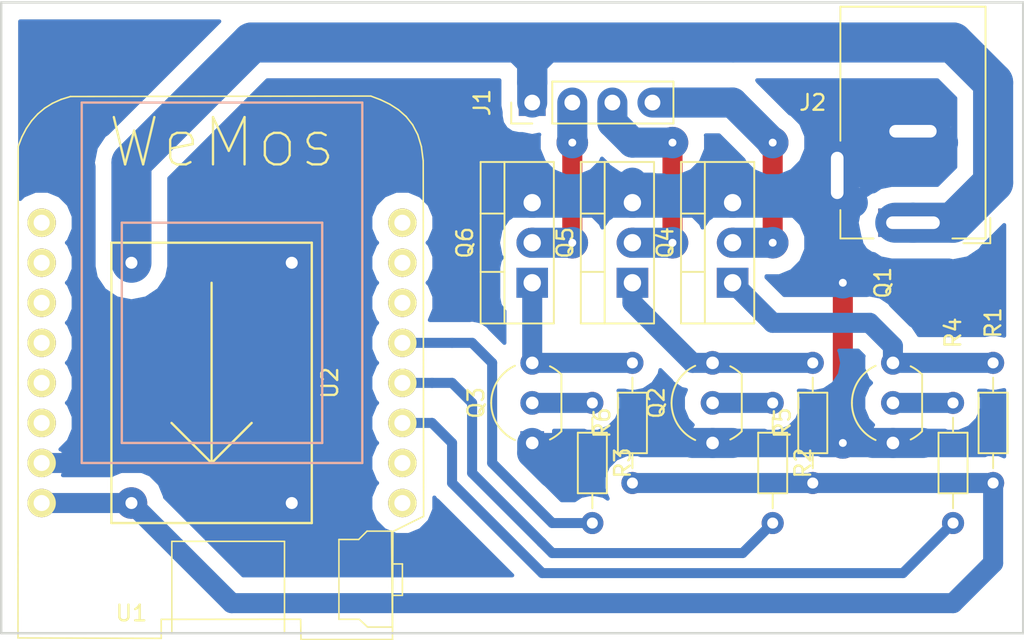
<source format=kicad_pcb>
(kicad_pcb (version 20171130) (host pcbnew 5.0.1)

  (general
    (thickness 1.6)
    (drawings 4)
    (tracks 149)
    (zones 0)
    (modules 16)
    (nets 27)
  )

  (page A4)
  (layers
    (0 F.Cu signal)
    (31 B.Cu signal)
    (32 B.Adhes user hide)
    (33 F.Adhes user hide)
    (34 B.Paste user hide)
    (35 F.Paste user hide)
    (36 B.SilkS user)
    (37 F.SilkS user hide)
    (38 B.Mask user hide)
    (39 F.Mask user hide)
    (40 Dwgs.User user hide)
    (41 Cmts.User user hide)
    (42 Eco1.User user hide)
    (43 Eco2.User user hide)
    (44 Edge.Cuts user)
    (45 Margin user hide)
    (46 B.CrtYd user hide)
    (47 F.CrtYd user hide)
    (48 B.Fab user hide)
    (49 F.Fab user hide)
  )

  (setup
    (last_trace_width 0.635)
    (user_trace_width 0.635)
    (user_trace_width 1.27)
    (user_trace_width 1.905)
    (user_trace_width 2.54)
    (trace_clearance 0.2)
    (zone_clearance 0.508)
    (zone_45_only no)
    (trace_min 0.2)
    (segment_width 0.2)
    (edge_width 0.15)
    (via_size 0.8)
    (via_drill 0.4)
    (via_min_size 0.4)
    (via_min_drill 0.3)
    (user_via 2 0.5)
    (uvia_size 0.3)
    (uvia_drill 0.1)
    (uvias_allowed no)
    (uvia_min_size 0.2)
    (uvia_min_drill 0.1)
    (pcb_text_width 0.3)
    (pcb_text_size 1.5 1.5)
    (mod_edge_width 0.15)
    (mod_text_size 1 1)
    (mod_text_width 0.15)
    (pad_size 1.524 1.524)
    (pad_drill 0.762)
    (pad_to_mask_clearance 0.051)
    (solder_mask_min_width 0.25)
    (aux_axis_origin 0 0)
    (visible_elements FFFFFF7F)
    (pcbplotparams
      (layerselection 0x01000_fffffffe)
      (usegerberextensions false)
      (usegerberattributes false)
      (usegerberadvancedattributes false)
      (creategerberjobfile false)
      (excludeedgelayer false)
      (linewidth 0.100000)
      (plotframeref false)
      (viasonmask false)
      (mode 1)
      (useauxorigin false)
      (hpglpennumber 1)
      (hpglpenspeed 20)
      (hpglpendiameter 15.000000)
      (psnegative true)
      (psa4output false)
      (plotreference true)
      (plotvalue true)
      (plotinvisibletext false)
      (padsonsilk false)
      (subtractmaskfromsilk false)
      (outputformat 4)
      (mirror false)
      (drillshape 2)
      (scaleselection 1)
      (outputdirectory "/home/pacmancoder/"))
  )

  (net 0 "")
  (net 1 "Net-(U1-Pad8)")
  (net 2 "Net-(U1-Pad7)")
  (net 3 "Net-(U1-Pad6)")
  (net 4 "Net-(U1-Pad5)")
  (net 5 "Net-(U1-Pad4)")
  (net 6 "Net-(U1-Pad3)")
  (net 7 GNDREF)
  (net 8 +5V)
  (net 9 "Net-(U1-Pad16)")
  (net 10 "Net-(U1-Pad15)")
  (net 11 "Net-(R1-Pad2)")
  (net 12 "Net-(R2-Pad2)")
  (net 13 "Net-(R3-Pad2)")
  (net 14 "Net-(U1-Pad11)")
  (net 15 "Net-(U1-Pad10)")
  (net 16 "Net-(U1-Pad9)")
  (net 17 "Net-(Q1-Pad2)")
  (net 18 "Net-(Q2-Pad2)")
  (net 19 "Net-(Q3-Pad2)")
  (net 20 "Net-(Q1-Pad3)")
  (net 21 "Net-(Q2-Pad3)")
  (net 22 "Net-(Q3-Pad3)")
  (net 23 +12V)
  (net 24 "Net-(J1-Pad2)")
  (net 25 "Net-(J1-Pad3)")
  (net 26 "Net-(J1-Pad4)")

  (net_class Default "This is the default net class."
    (clearance 0.2)
    (trace_width 0.25)
    (via_dia 0.8)
    (via_drill 0.4)
    (uvia_dia 0.3)
    (uvia_drill 0.1)
    (add_net +12V)
    (add_net +5V)
    (add_net GNDREF)
    (add_net "Net-(J1-Pad2)")
    (add_net "Net-(J1-Pad3)")
    (add_net "Net-(J1-Pad4)")
    (add_net "Net-(Q1-Pad2)")
    (add_net "Net-(Q1-Pad3)")
    (add_net "Net-(Q2-Pad2)")
    (add_net "Net-(Q2-Pad3)")
    (add_net "Net-(Q3-Pad2)")
    (add_net "Net-(Q3-Pad3)")
    (add_net "Net-(R1-Pad2)")
    (add_net "Net-(R2-Pad2)")
    (add_net "Net-(R3-Pad2)")
    (add_net "Net-(U1-Pad10)")
    (add_net "Net-(U1-Pad11)")
    (add_net "Net-(U1-Pad15)")
    (add_net "Net-(U1-Pad16)")
    (add_net "Net-(U1-Pad3)")
    (add_net "Net-(U1-Pad4)")
    (add_net "Net-(U1-Pad5)")
    (add_net "Net-(U1-Pad6)")
    (add_net "Net-(U1-Pad7)")
    (add_net "Net-(U1-Pad8)")
    (add_net "Net-(U1-Pad9)")
  )

  (module mp2307_module:MP2307_Module (layer F.Cu) (tedit 5C23BBC6) (tstamp 5C26F218)
    (at 26.67 38.1 270)
    (path /5C24D8C1)
    (fp_text reference U2 (at 0 -7.5 270) (layer F.SilkS)
      (effects (font (size 1 1) (thickness 0.15)))
    )
    (fp_text value mp2307 (at -5 -7.5 90) (layer F.Fab)
      (effects (font (size 1 1) (thickness 0.15)))
    )
    (fp_line (start 5.08 0) (end 2.54 2.54) (layer F.SilkS) (width 0.15))
    (fp_line (start 5.08 0) (end 2.54 -2.54) (layer F.SilkS) (width 0.15))
    (fp_line (start -6.35 0) (end 5.08 0) (layer F.SilkS) (width 0.15))
    (fp_line (start -8.89 6.35) (end -8.89 -6.35) (layer F.SilkS) (width 0.15))
    (fp_line (start 8.89 6.35) (end -8.89 6.35) (layer F.SilkS) (width 0.15))
    (fp_line (start 8.89 -6.35) (end 8.89 6.35) (layer F.SilkS) (width 0.15))
    (fp_line (start -8.89 -6.35) (end 8.89 -6.35) (layer F.SilkS) (width 0.15))
    (pad 3 thru_hole circle (at 7.62 5.08 270) (size 2 2) (drill 0.762) (layers *.Cu *.Mask)
      (net 8 +5V))
    (pad 1 thru_hole circle (at 7.62 -5.08 270) (size 2 2) (drill 0.762) (layers *.Cu *.Mask)
      (net 7 GNDREF))
    (pad 2 thru_hole circle (at -7.62 5.08 270) (size 2 2) (drill 0.762) (layers *.Cu *.Mask)
      (net 23 +12V))
    (pad 1 thru_hole circle (at -7.62 -5.08 270) (size 2 2) (drill 0.762) (layers *.Cu *.Mask)
      (net 7 GNDREF))
  )

  (module Connector_PinHeader_2.54mm:PinHeader_1x04_P2.54mm_Vertical (layer F.Cu) (tedit 59FED5CC) (tstamp 5C270044)
    (at 46.99 20.32 90)
    (descr "Through hole straight pin header, 1x04, 2.54mm pitch, single row")
    (tags "Through hole pin header THT 1x04 2.54mm single row")
    (path /5C239411)
    (fp_text reference J1 (at 0 -3.175 90) (layer F.SilkS)
      (effects (font (size 1 1) (thickness 0.15)))
    )
    (fp_text value Conn_01x04 (at 1.905 13.335 180) (layer F.Fab)
      (effects (font (size 1 1) (thickness 0.15)))
    )
    (fp_text user %R (at 0 3.81 180) (layer F.Fab)
      (effects (font (size 1 1) (thickness 0.15)))
    )
    (fp_line (start 1.8 -1.8) (end -1.8 -1.8) (layer F.CrtYd) (width 0.05))
    (fp_line (start 1.8 9.4) (end 1.8 -1.8) (layer F.CrtYd) (width 0.05))
    (fp_line (start -1.8 9.4) (end 1.8 9.4) (layer F.CrtYd) (width 0.05))
    (fp_line (start -1.8 -1.8) (end -1.8 9.4) (layer F.CrtYd) (width 0.05))
    (fp_line (start -1.33 -1.33) (end 0 -1.33) (layer F.SilkS) (width 0.12))
    (fp_line (start -1.33 0) (end -1.33 -1.33) (layer F.SilkS) (width 0.12))
    (fp_line (start -1.33 1.27) (end 1.33 1.27) (layer F.SilkS) (width 0.12))
    (fp_line (start 1.33 1.27) (end 1.33 8.95) (layer F.SilkS) (width 0.12))
    (fp_line (start -1.33 1.27) (end -1.33 8.95) (layer F.SilkS) (width 0.12))
    (fp_line (start -1.33 8.95) (end 1.33 8.95) (layer F.SilkS) (width 0.12))
    (fp_line (start -1.27 -0.635) (end -0.635 -1.27) (layer F.Fab) (width 0.1))
    (fp_line (start -1.27 8.89) (end -1.27 -0.635) (layer F.Fab) (width 0.1))
    (fp_line (start 1.27 8.89) (end -1.27 8.89) (layer F.Fab) (width 0.1))
    (fp_line (start 1.27 -1.27) (end 1.27 8.89) (layer F.Fab) (width 0.1))
    (fp_line (start -0.635 -1.27) (end 1.27 -1.27) (layer F.Fab) (width 0.1))
    (pad 4 thru_hole oval (at 0 7.62 90) (size 1.7 1.7) (drill 1) (layers *.Cu *.Mask)
      (net 26 "Net-(J1-Pad4)"))
    (pad 3 thru_hole oval (at 0 5.08 90) (size 1.7 1.7) (drill 1) (layers *.Cu *.Mask)
      (net 25 "Net-(J1-Pad3)"))
    (pad 2 thru_hole oval (at 0 2.54 90) (size 1.7 1.7) (drill 1) (layers *.Cu *.Mask)
      (net 24 "Net-(J1-Pad2)"))
    (pad 1 thru_hole rect (at 0 0 90) (size 1.7 1.7) (drill 1) (layers *.Cu *.Mask)
      (net 23 +12V))
    (model ${KISYS3DMOD}/Connector_PinHeader_2.54mm.3dshapes/PinHeader_1x04_P2.54mm_Vertical.wrl
      (at (xyz 0 0 0))
      (scale (xyz 1 1 1))
      (rotate (xyz 0 0 0))
    )
  )

  (module Connector_BarrelJack:BarrelJack_Wuerth_6941xx301002 (layer F.Cu) (tedit 5B191DE1) (tstamp 5C26FDF1)
    (at 71.12 27.94 180)
    (descr "Wuerth electronics barrel jack connector (5.5mm outher diameter, inner diameter 2.05mm or 2.55mm depending on exact order number), See: http://katalog.we-online.de/em/datasheet/6941xx301002.pdf")
    (tags "connector barrel jack")
    (path /5C27F01F)
    (fp_text reference J2 (at 6.35 7.62 180) (layer F.SilkS)
      (effects (font (size 1 1) (thickness 0.15)))
    )
    (fp_text value Barrel_Jack_Switch (at 0 15.5 180) (layer F.Fab)
      (effects (font (size 1 1) (thickness 0.15)))
    )
    (fp_line (start -4.6 -1) (end -2.5 -1) (layer F.SilkS) (width 0.12))
    (fp_line (start 6.2 0.5) (end 5 0.5) (layer F.CrtYd) (width 0.05))
    (fp_line (start 6.2 5.5) (end 5 5.5) (layer F.CrtYd) (width 0.05))
    (fp_line (start 6.2 0.5) (end 6.2 5.5) (layer F.CrtYd) (width 0.05))
    (fp_line (start 5 0.5) (end 5 -1.4) (layer F.CrtYd) (width 0.05))
    (fp_line (start -5 14.1) (end 5 14.1) (layer F.CrtYd) (width 0.05))
    (fp_line (start -5 -1.4) (end -5 14.1) (layer F.CrtYd) (width 0.05))
    (fp_line (start 5 -1.4) (end -5 -1.4) (layer F.CrtYd) (width 0.05))
    (fp_line (start -4.9 -1.3) (end -4.9 0.3) (layer F.SilkS) (width 0.12))
    (fp_line (start -3.2 -1.3) (end -4.9 -1.3) (layer F.SilkS) (width 0.12))
    (fp_line (start 4.6 -1) (end 4.6 0.8) (layer F.SilkS) (width 0.12))
    (fp_line (start 2.5 -1) (end 4.6 -1) (layer F.SilkS) (width 0.12))
    (fp_line (start -4.6 13.7) (end -4.6 -1) (layer F.SilkS) (width 0.12))
    (fp_line (start 4.6 13.7) (end -4.6 13.7) (layer F.SilkS) (width 0.12))
    (fp_text user %R (at 0 7.5 180) (layer F.Fab)
      (effects (font (size 1 1) (thickness 0.15)))
    )
    (fp_line (start -4.5 13.6) (end -4.5 0.1) (layer F.Fab) (width 0.1))
    (fp_line (start 4.5 13.6) (end -4.5 13.6) (layer F.Fab) (width 0.1))
    (fp_line (start 4.5 -0.9) (end 4.5 13.6) (layer F.Fab) (width 0.1))
    (fp_line (start 4.5 -0.9) (end -3.5 -0.9) (layer F.Fab) (width 0.1))
    (fp_line (start -4.5 0.1) (end -3.5 -0.9) (layer F.Fab) (width 0.1))
    (fp_line (start 4.6 5.2) (end 4.6 13.7) (layer F.SilkS) (width 0.12))
    (fp_line (start 5 14.1) (end 5 5.5) (layer F.CrtYd) (width 0.05))
    (pad 1 thru_hole rect (at 0 0 180) (size 4.4 1.8) (drill oval 3.4 0.8) (layers *.Cu *.Mask)
      (net 23 +12V))
    (pad 2 thru_hole oval (at 0 5.8 180) (size 4 1.8) (drill oval 3 0.8) (layers *.Cu *.Mask)
      (net 7 GNDREF))
    (pad 3 thru_hole oval (at 4.8 3 270) (size 4 1.8) (drill oval 3 0.8) (layers *.Cu *.Mask)
      (net 7 GNDREF))
    (model ${KISYS3DMOD}/Connector_BarrelJack.3dshapes/BarrelJack_Wuerth_6941xx301002.wrl
      (at (xyz 0 0 0))
      (scale (xyz 1 1 1))
      (rotate (xyz 0 0 0))
    )
  )

  (module Package_TO_SOT_THT:TO-92_Inline_Wide (layer F.Cu) (tedit 5A02FF81) (tstamp 5C2719CB)
    (at 46.99 41.91 90)
    (descr "TO-92 leads in-line, wide, drill 0.75mm (see NXP sot054_po.pdf)")
    (tags "to-92 sc-43 sc-43a sot54 PA33 transistor")
    (path /5C2335A7)
    (fp_text reference Q3 (at 2.54 -3.56 90) (layer F.SilkS)
      (effects (font (size 1 1) (thickness 0.15)))
    )
    (fp_text value PN2222A (at 2.54 2.79 90) (layer F.Fab)
      (effects (font (size 1 1) (thickness 0.15)))
    )
    (fp_arc (start 2.54 0) (end 4.34 1.85) (angle -20) (layer F.SilkS) (width 0.12))
    (fp_arc (start 2.54 0) (end 2.54 -2.48) (angle -135) (layer F.Fab) (width 0.1))
    (fp_arc (start 2.54 0) (end 2.54 -2.48) (angle 135) (layer F.Fab) (width 0.1))
    (fp_arc (start 2.54 0) (end 2.54 -2.6) (angle 65) (layer F.SilkS) (width 0.12))
    (fp_arc (start 2.54 0) (end 2.54 -2.6) (angle -65) (layer F.SilkS) (width 0.12))
    (fp_arc (start 2.54 0) (end 0.74 1.85) (angle 20) (layer F.SilkS) (width 0.12))
    (fp_line (start 6.09 2.01) (end -1.01 2.01) (layer F.CrtYd) (width 0.05))
    (fp_line (start 6.09 2.01) (end 6.09 -2.73) (layer F.CrtYd) (width 0.05))
    (fp_line (start -1.01 -2.73) (end -1.01 2.01) (layer F.CrtYd) (width 0.05))
    (fp_line (start -1.01 -2.73) (end 6.09 -2.73) (layer F.CrtYd) (width 0.05))
    (fp_line (start 0.8 1.75) (end 4.3 1.75) (layer F.Fab) (width 0.1))
    (fp_line (start 0.74 1.85) (end 4.34 1.85) (layer F.SilkS) (width 0.12))
    (fp_text user %R (at 2.54 -3.56 90) (layer F.Fab)
      (effects (font (size 1 1) (thickness 0.15)))
    )
    (pad 1 thru_hole rect (at 0 0 180) (size 1.5 1.5) (drill 0.8) (layers *.Cu *.Mask)
      (net 7 GNDREF))
    (pad 3 thru_hole circle (at 5.08 0 180) (size 1.5 1.5) (drill 0.8) (layers *.Cu *.Mask)
      (net 22 "Net-(Q3-Pad3)"))
    (pad 2 thru_hole circle (at 2.54 0 180) (size 1.5 1.5) (drill 0.8) (layers *.Cu *.Mask)
      (net 19 "Net-(Q3-Pad2)"))
    (model ${KISYS3DMOD}/Package_TO_SOT_THT.3dshapes/TO-92_Inline_Wide.wrl
      (at (xyz 0 0 0))
      (scale (xyz 1 1 1))
      (rotate (xyz 0 0 0))
    )
  )

  (module Package_TO_SOT_THT:TO-92_Inline_Wide (layer F.Cu) (tedit 5A02FF81) (tstamp 5C27070F)
    (at 58.42 41.91 90)
    (descr "TO-92 leads in-line, wide, drill 0.75mm (see NXP sot054_po.pdf)")
    (tags "to-92 sc-43 sc-43a sot54 PA33 transistor")
    (path /5C23325E)
    (fp_text reference Q2 (at 2.54 -3.56 90) (layer F.SilkS)
      (effects (font (size 1 1) (thickness 0.15)))
    )
    (fp_text value PN2222A (at 2.54 2.79 90) (layer F.Fab)
      (effects (font (size 1 1) (thickness 0.15)))
    )
    (fp_arc (start 2.54 0) (end 4.34 1.85) (angle -20) (layer F.SilkS) (width 0.12))
    (fp_arc (start 2.54 0) (end 2.54 -2.48) (angle -135) (layer F.Fab) (width 0.1))
    (fp_arc (start 2.54 0) (end 2.54 -2.48) (angle 135) (layer F.Fab) (width 0.1))
    (fp_arc (start 2.54 0) (end 2.54 -2.6) (angle 65) (layer F.SilkS) (width 0.12))
    (fp_arc (start 2.54 0) (end 2.54 -2.6) (angle -65) (layer F.SilkS) (width 0.12))
    (fp_arc (start 2.54 0) (end 0.74 1.85) (angle 20) (layer F.SilkS) (width 0.12))
    (fp_line (start 6.09 2.01) (end -1.01 2.01) (layer F.CrtYd) (width 0.05))
    (fp_line (start 6.09 2.01) (end 6.09 -2.73) (layer F.CrtYd) (width 0.05))
    (fp_line (start -1.01 -2.73) (end -1.01 2.01) (layer F.CrtYd) (width 0.05))
    (fp_line (start -1.01 -2.73) (end 6.09 -2.73) (layer F.CrtYd) (width 0.05))
    (fp_line (start 0.8 1.75) (end 4.3 1.75) (layer F.Fab) (width 0.1))
    (fp_line (start 0.74 1.85) (end 4.34 1.85) (layer F.SilkS) (width 0.12))
    (fp_text user %R (at 2.54 -3.56 90) (layer F.Fab)
      (effects (font (size 1 1) (thickness 0.15)))
    )
    (pad 1 thru_hole rect (at 0 0 180) (size 1.5 1.5) (drill 0.8) (layers *.Cu *.Mask)
      (net 7 GNDREF))
    (pad 3 thru_hole circle (at 5.08 0 180) (size 1.5 1.5) (drill 0.8) (layers *.Cu *.Mask)
      (net 21 "Net-(Q2-Pad3)"))
    (pad 2 thru_hole circle (at 2.54 0 180) (size 1.5 1.5) (drill 0.8) (layers *.Cu *.Mask)
      (net 18 "Net-(Q2-Pad2)"))
    (model ${KISYS3DMOD}/Package_TO_SOT_THT.3dshapes/TO-92_Inline_Wide.wrl
      (at (xyz 0 0 0))
      (scale (xyz 1 1 1))
      (rotate (xyz 0 0 0))
    )
  )

  (module Package_TO_SOT_THT:TO-92_Inline_Wide (layer F.Cu) (tedit 5A02FF81) (tstamp 5C27078A)
    (at 69.85 41.91 90)
    (descr "TO-92 leads in-line, wide, drill 0.75mm (see NXP sot054_po.pdf)")
    (tags "to-92 sc-43 sc-43a sot54 PA33 transistor")
    (path /5C232331)
    (fp_text reference Q1 (at 10.16 -0.635 90) (layer F.SilkS)
      (effects (font (size 1 1) (thickness 0.15)))
    )
    (fp_text value PN2222A (at 9.525 1.27 90) (layer F.Fab)
      (effects (font (size 1 1) (thickness 0.15)))
    )
    (fp_arc (start 2.54 0) (end 4.34 1.85) (angle -20) (layer F.SilkS) (width 0.12))
    (fp_arc (start 2.54 0) (end 2.54 -2.48) (angle -135) (layer F.Fab) (width 0.1))
    (fp_arc (start 2.54 0) (end 2.54 -2.48) (angle 135) (layer F.Fab) (width 0.1))
    (fp_arc (start 2.54 0) (end 2.54 -2.6) (angle 65) (layer F.SilkS) (width 0.12))
    (fp_arc (start 2.54 0) (end 2.54 -2.6) (angle -65) (layer F.SilkS) (width 0.12))
    (fp_arc (start 2.54 0) (end 0.74 1.85) (angle 20) (layer F.SilkS) (width 0.12))
    (fp_line (start 6.09 2.01) (end -1.01 2.01) (layer F.CrtYd) (width 0.05))
    (fp_line (start 6.09 2.01) (end 6.09 -2.73) (layer F.CrtYd) (width 0.05))
    (fp_line (start -1.01 -2.73) (end -1.01 2.01) (layer F.CrtYd) (width 0.05))
    (fp_line (start -1.01 -2.73) (end 6.09 -2.73) (layer F.CrtYd) (width 0.05))
    (fp_line (start 0.8 1.75) (end 4.3 1.75) (layer F.Fab) (width 0.1))
    (fp_line (start 0.74 1.85) (end 4.34 1.85) (layer F.SilkS) (width 0.12))
    (fp_text user %R (at 2.54 -3.56 90) (layer F.Fab)
      (effects (font (size 1 1) (thickness 0.15)))
    )
    (pad 1 thru_hole rect (at 0 0 180) (size 1.5 1.5) (drill 0.8) (layers *.Cu *.Mask)
      (net 7 GNDREF))
    (pad 3 thru_hole circle (at 5.08 0 180) (size 1.5 1.5) (drill 0.8) (layers *.Cu *.Mask)
      (net 20 "Net-(Q1-Pad3)"))
    (pad 2 thru_hole circle (at 2.54 0 180) (size 1.5 1.5) (drill 0.8) (layers *.Cu *.Mask)
      (net 17 "Net-(Q1-Pad2)"))
    (model ${KISYS3DMOD}/Package_TO_SOT_THT.3dshapes/TO-92_Inline_Wide.wrl
      (at (xyz 0 0 0))
      (scale (xyz 1 1 1))
      (rotate (xyz 0 0 0))
    )
  )

  (module Package_TO_SOT_THT:TO-220-3_Vertical (layer F.Cu) (tedit 5AC8BA0D) (tstamp 5C272164)
    (at 46.99 31.75 90)
    (descr "TO-220-3, Vertical, RM 2.54mm, see https://www.vishay.com/docs/66542/to-220-1.pdf")
    (tags "TO-220-3 Vertical RM 2.54mm")
    (path /5C2335A0)
    (fp_text reference Q6 (at 2.54 -4.27 90) (layer F.SilkS)
      (effects (font (size 1 1) (thickness 0.15)))
    )
    (fp_text value IRLZ34N (at 2.54 2.5 90) (layer F.Fab)
      (effects (font (size 1 1) (thickness 0.15)))
    )
    (fp_text user %R (at 2.54 -4.27 90) (layer F.Fab)
      (effects (font (size 1 1) (thickness 0.15)))
    )
    (fp_line (start 7.79 -3.4) (end -2.71 -3.4) (layer F.CrtYd) (width 0.05))
    (fp_line (start 7.79 1.51) (end 7.79 -3.4) (layer F.CrtYd) (width 0.05))
    (fp_line (start -2.71 1.51) (end 7.79 1.51) (layer F.CrtYd) (width 0.05))
    (fp_line (start -2.71 -3.4) (end -2.71 1.51) (layer F.CrtYd) (width 0.05))
    (fp_line (start 4.391 -3.27) (end 4.391 -1.76) (layer F.SilkS) (width 0.12))
    (fp_line (start 0.69 -3.27) (end 0.69 -1.76) (layer F.SilkS) (width 0.12))
    (fp_line (start -2.58 -1.76) (end 7.66 -1.76) (layer F.SilkS) (width 0.12))
    (fp_line (start 7.66 -3.27) (end 7.66 1.371) (layer F.SilkS) (width 0.12))
    (fp_line (start -2.58 -3.27) (end -2.58 1.371) (layer F.SilkS) (width 0.12))
    (fp_line (start -2.58 1.371) (end 7.66 1.371) (layer F.SilkS) (width 0.12))
    (fp_line (start -2.58 -3.27) (end 7.66 -3.27) (layer F.SilkS) (width 0.12))
    (fp_line (start 4.39 -3.15) (end 4.39 -1.88) (layer F.Fab) (width 0.1))
    (fp_line (start 0.69 -3.15) (end 0.69 -1.88) (layer F.Fab) (width 0.1))
    (fp_line (start -2.46 -1.88) (end 7.54 -1.88) (layer F.Fab) (width 0.1))
    (fp_line (start 7.54 -3.15) (end -2.46 -3.15) (layer F.Fab) (width 0.1))
    (fp_line (start 7.54 1.25) (end 7.54 -3.15) (layer F.Fab) (width 0.1))
    (fp_line (start -2.46 1.25) (end 7.54 1.25) (layer F.Fab) (width 0.1))
    (fp_line (start -2.46 -3.15) (end -2.46 1.25) (layer F.Fab) (width 0.1))
    (pad 3 thru_hole oval (at 5.08 0 90) (size 1.905 2) (drill 1.1) (layers *.Cu *.Mask)
      (net 7 GNDREF))
    (pad 2 thru_hole oval (at 2.54 0 90) (size 1.905 2) (drill 1.1) (layers *.Cu *.Mask)
      (net 24 "Net-(J1-Pad2)"))
    (pad 1 thru_hole rect (at 0 0 90) (size 1.905 2) (drill 1.1) (layers *.Cu *.Mask)
      (net 22 "Net-(Q3-Pad3)"))
    (model ${KISYS3DMOD}/Package_TO_SOT_THT.3dshapes/TO-220-3_Vertical.wrl
      (at (xyz 0 0 0))
      (scale (xyz 1 1 1))
      (rotate (xyz 0 0 0))
    )
  )

  (module Package_TO_SOT_THT:TO-220-3_Vertical (layer F.Cu) (tedit 5AC8BA0D) (tstamp 5C2706CA)
    (at 53.34 31.75 90)
    (descr "TO-220-3, Vertical, RM 2.54mm, see https://www.vishay.com/docs/66542/to-220-1.pdf")
    (tags "TO-220-3 Vertical RM 2.54mm")
    (path /5C233257)
    (fp_text reference Q5 (at 2.54 -4.27 90) (layer F.SilkS)
      (effects (font (size 1 1) (thickness 0.15)))
    )
    (fp_text value IRLZ34N (at 2.54 2.5 90) (layer F.Fab)
      (effects (font (size 1 1) (thickness 0.15)))
    )
    (fp_text user %R (at 2.54 -4.27 90) (layer F.Fab)
      (effects (font (size 1 1) (thickness 0.15)))
    )
    (fp_line (start 7.79 -3.4) (end -2.71 -3.4) (layer F.CrtYd) (width 0.05))
    (fp_line (start 7.79 1.51) (end 7.79 -3.4) (layer F.CrtYd) (width 0.05))
    (fp_line (start -2.71 1.51) (end 7.79 1.51) (layer F.CrtYd) (width 0.05))
    (fp_line (start -2.71 -3.4) (end -2.71 1.51) (layer F.CrtYd) (width 0.05))
    (fp_line (start 4.391 -3.27) (end 4.391 -1.76) (layer F.SilkS) (width 0.12))
    (fp_line (start 0.69 -3.27) (end 0.69 -1.76) (layer F.SilkS) (width 0.12))
    (fp_line (start -2.58 -1.76) (end 7.66 -1.76) (layer F.SilkS) (width 0.12))
    (fp_line (start 7.66 -3.27) (end 7.66 1.371) (layer F.SilkS) (width 0.12))
    (fp_line (start -2.58 -3.27) (end -2.58 1.371) (layer F.SilkS) (width 0.12))
    (fp_line (start -2.58 1.371) (end 7.66 1.371) (layer F.SilkS) (width 0.12))
    (fp_line (start -2.58 -3.27) (end 7.66 -3.27) (layer F.SilkS) (width 0.12))
    (fp_line (start 4.39 -3.15) (end 4.39 -1.88) (layer F.Fab) (width 0.1))
    (fp_line (start 0.69 -3.15) (end 0.69 -1.88) (layer F.Fab) (width 0.1))
    (fp_line (start -2.46 -1.88) (end 7.54 -1.88) (layer F.Fab) (width 0.1))
    (fp_line (start 7.54 -3.15) (end -2.46 -3.15) (layer F.Fab) (width 0.1))
    (fp_line (start 7.54 1.25) (end 7.54 -3.15) (layer F.Fab) (width 0.1))
    (fp_line (start -2.46 1.25) (end 7.54 1.25) (layer F.Fab) (width 0.1))
    (fp_line (start -2.46 -3.15) (end -2.46 1.25) (layer F.Fab) (width 0.1))
    (pad 3 thru_hole oval (at 5.08 0 90) (size 1.905 2) (drill 1.1) (layers *.Cu *.Mask)
      (net 7 GNDREF))
    (pad 2 thru_hole oval (at 2.54 0 90) (size 1.905 2) (drill 1.1) (layers *.Cu *.Mask)
      (net 25 "Net-(J1-Pad3)"))
    (pad 1 thru_hole rect (at 0 0 90) (size 1.905 2) (drill 1.1) (layers *.Cu *.Mask)
      (net 21 "Net-(Q2-Pad3)"))
    (model ${KISYS3DMOD}/Package_TO_SOT_THT.3dshapes/TO-220-3_Vertical.wrl
      (at (xyz 0 0 0))
      (scale (xyz 1 1 1))
      (rotate (xyz 0 0 0))
    )
  )

  (module Package_TO_SOT_THT:TO-220-3_Vertical (layer F.Cu) (tedit 5AC8BA0D) (tstamp 5C2705B9)
    (at 59.69 31.75 90)
    (descr "TO-220-3, Vertical, RM 2.54mm, see https://www.vishay.com/docs/66542/to-220-1.pdf")
    (tags "TO-220-3 Vertical RM 2.54mm")
    (path /5C232162)
    (fp_text reference Q4 (at 2.54 -4.27 90) (layer F.SilkS)
      (effects (font (size 1 1) (thickness 0.15)))
    )
    (fp_text value IRLZ34N (at 2.54 2.5 90) (layer F.Fab)
      (effects (font (size 1 1) (thickness 0.15)))
    )
    (fp_text user %R (at 2.54 -4.27 90) (layer F.Fab)
      (effects (font (size 1 1) (thickness 0.15)))
    )
    (fp_line (start 7.79 -3.4) (end -2.71 -3.4) (layer F.CrtYd) (width 0.05))
    (fp_line (start 7.79 1.51) (end 7.79 -3.4) (layer F.CrtYd) (width 0.05))
    (fp_line (start -2.71 1.51) (end 7.79 1.51) (layer F.CrtYd) (width 0.05))
    (fp_line (start -2.71 -3.4) (end -2.71 1.51) (layer F.CrtYd) (width 0.05))
    (fp_line (start 4.391 -3.27) (end 4.391 -1.76) (layer F.SilkS) (width 0.12))
    (fp_line (start 0.69 -3.27) (end 0.69 -1.76) (layer F.SilkS) (width 0.12))
    (fp_line (start -2.58 -1.76) (end 7.66 -1.76) (layer F.SilkS) (width 0.12))
    (fp_line (start 7.66 -3.27) (end 7.66 1.371) (layer F.SilkS) (width 0.12))
    (fp_line (start -2.58 -3.27) (end -2.58 1.371) (layer F.SilkS) (width 0.12))
    (fp_line (start -2.58 1.371) (end 7.66 1.371) (layer F.SilkS) (width 0.12))
    (fp_line (start -2.58 -3.27) (end 7.66 -3.27) (layer F.SilkS) (width 0.12))
    (fp_line (start 4.39 -3.15) (end 4.39 -1.88) (layer F.Fab) (width 0.1))
    (fp_line (start 0.69 -3.15) (end 0.69 -1.88) (layer F.Fab) (width 0.1))
    (fp_line (start -2.46 -1.88) (end 7.54 -1.88) (layer F.Fab) (width 0.1))
    (fp_line (start 7.54 -3.15) (end -2.46 -3.15) (layer F.Fab) (width 0.1))
    (fp_line (start 7.54 1.25) (end 7.54 -3.15) (layer F.Fab) (width 0.1))
    (fp_line (start -2.46 1.25) (end 7.54 1.25) (layer F.Fab) (width 0.1))
    (fp_line (start -2.46 -3.15) (end -2.46 1.25) (layer F.Fab) (width 0.1))
    (pad 3 thru_hole oval (at 5.08 0 90) (size 1.905 2) (drill 1.1) (layers *.Cu *.Mask)
      (net 7 GNDREF))
    (pad 2 thru_hole oval (at 2.54 0 90) (size 1.905 2) (drill 1.1) (layers *.Cu *.Mask)
      (net 26 "Net-(J1-Pad4)"))
    (pad 1 thru_hole rect (at 0 0 90) (size 1.905 2) (drill 1.1) (layers *.Cu *.Mask)
      (net 20 "Net-(Q1-Pad3)"))
    (model ${KISYS3DMOD}/Package_TO_SOT_THT.3dshapes/TO-220-3_Vertical.wrl
      (at (xyz 0 0 0))
      (scale (xyz 1 1 1))
      (rotate (xyz 0 0 0))
    )
  )

  (module Resistor_THT:R_Axial_DIN0204_L3.6mm_D1.6mm_P7.62mm_Horizontal (layer F.Cu) (tedit 5AE5139B) (tstamp 5C270574)
    (at 53.34 44.45 90)
    (descr "Resistor, Axial_DIN0204 series, Axial, Horizontal, pin pitch=7.62mm, 0.167W, length*diameter=3.6*1.6mm^2, http://cdn-reichelt.de/documents/datenblatt/B400/1_4W%23YAG.pdf")
    (tags "Resistor Axial_DIN0204 series Axial Horizontal pin pitch 7.62mm 0.167W length 3.6mm diameter 1.6mm")
    (path /5C2335AE)
    (fp_text reference R6 (at 3.81 -1.92 90) (layer F.SilkS)
      (effects (font (size 1 1) (thickness 0.15)))
    )
    (fp_text value 10k (at 3.81 1.92 90) (layer F.Fab)
      (effects (font (size 1 1) (thickness 0.15)))
    )
    (fp_text user %R (at 3.81 0 90) (layer F.Fab)
      (effects (font (size 0.72 0.72) (thickness 0.108)))
    )
    (fp_line (start 8.57 -1.05) (end -0.95 -1.05) (layer F.CrtYd) (width 0.05))
    (fp_line (start 8.57 1.05) (end 8.57 -1.05) (layer F.CrtYd) (width 0.05))
    (fp_line (start -0.95 1.05) (end 8.57 1.05) (layer F.CrtYd) (width 0.05))
    (fp_line (start -0.95 -1.05) (end -0.95 1.05) (layer F.CrtYd) (width 0.05))
    (fp_line (start 6.68 0) (end 5.73 0) (layer F.SilkS) (width 0.12))
    (fp_line (start 0.94 0) (end 1.89 0) (layer F.SilkS) (width 0.12))
    (fp_line (start 5.73 -0.92) (end 1.89 -0.92) (layer F.SilkS) (width 0.12))
    (fp_line (start 5.73 0.92) (end 5.73 -0.92) (layer F.SilkS) (width 0.12))
    (fp_line (start 1.89 0.92) (end 5.73 0.92) (layer F.SilkS) (width 0.12))
    (fp_line (start 1.89 -0.92) (end 1.89 0.92) (layer F.SilkS) (width 0.12))
    (fp_line (start 7.62 0) (end 5.61 0) (layer F.Fab) (width 0.1))
    (fp_line (start 0 0) (end 2.01 0) (layer F.Fab) (width 0.1))
    (fp_line (start 5.61 -0.8) (end 2.01 -0.8) (layer F.Fab) (width 0.1))
    (fp_line (start 5.61 0.8) (end 5.61 -0.8) (layer F.Fab) (width 0.1))
    (fp_line (start 2.01 0.8) (end 5.61 0.8) (layer F.Fab) (width 0.1))
    (fp_line (start 2.01 -0.8) (end 2.01 0.8) (layer F.Fab) (width 0.1))
    (pad 2 thru_hole oval (at 7.62 0 90) (size 1.4 1.4) (drill 0.7) (layers *.Cu *.Mask)
      (net 22 "Net-(Q3-Pad3)"))
    (pad 1 thru_hole circle (at 0 0 90) (size 1.4 1.4) (drill 0.7) (layers *.Cu *.Mask)
      (net 8 +5V))
    (model ${KISYS3DMOD}/Resistor_THT.3dshapes/R_Axial_DIN0204_L3.6mm_D1.6mm_P7.62mm_Horizontal.wrl
      (at (xyz 0 0 0))
      (scale (xyz 1 1 1))
      (rotate (xyz 0 0 0))
    )
  )

  (module Resistor_THT:R_Axial_DIN0204_L3.6mm_D1.6mm_P7.62mm_Horizontal (layer F.Cu) (tedit 5AE5139B) (tstamp 5C270532)
    (at 64.77 44.45 90)
    (descr "Resistor, Axial_DIN0204 series, Axial, Horizontal, pin pitch=7.62mm, 0.167W, length*diameter=3.6*1.6mm^2, http://cdn-reichelt.de/documents/datenblatt/B400/1_4W%23YAG.pdf")
    (tags "Resistor Axial_DIN0204 series Axial Horizontal pin pitch 7.62mm 0.167W length 3.6mm diameter 1.6mm")
    (path /5C233265)
    (fp_text reference R5 (at 3.81 -1.92 90) (layer F.SilkS)
      (effects (font (size 1 1) (thickness 0.15)))
    )
    (fp_text value 10k (at 3.81 1.92 90) (layer F.Fab)
      (effects (font (size 1 1) (thickness 0.15)))
    )
    (fp_text user %R (at 3.81 0 90) (layer F.Fab)
      (effects (font (size 0.72 0.72) (thickness 0.108)))
    )
    (fp_line (start 8.57 -1.05) (end -0.95 -1.05) (layer F.CrtYd) (width 0.05))
    (fp_line (start 8.57 1.05) (end 8.57 -1.05) (layer F.CrtYd) (width 0.05))
    (fp_line (start -0.95 1.05) (end 8.57 1.05) (layer F.CrtYd) (width 0.05))
    (fp_line (start -0.95 -1.05) (end -0.95 1.05) (layer F.CrtYd) (width 0.05))
    (fp_line (start 6.68 0) (end 5.73 0) (layer F.SilkS) (width 0.12))
    (fp_line (start 0.94 0) (end 1.89 0) (layer F.SilkS) (width 0.12))
    (fp_line (start 5.73 -0.92) (end 1.89 -0.92) (layer F.SilkS) (width 0.12))
    (fp_line (start 5.73 0.92) (end 5.73 -0.92) (layer F.SilkS) (width 0.12))
    (fp_line (start 1.89 0.92) (end 5.73 0.92) (layer F.SilkS) (width 0.12))
    (fp_line (start 1.89 -0.92) (end 1.89 0.92) (layer F.SilkS) (width 0.12))
    (fp_line (start 7.62 0) (end 5.61 0) (layer F.Fab) (width 0.1))
    (fp_line (start 0 0) (end 2.01 0) (layer F.Fab) (width 0.1))
    (fp_line (start 5.61 -0.8) (end 2.01 -0.8) (layer F.Fab) (width 0.1))
    (fp_line (start 5.61 0.8) (end 5.61 -0.8) (layer F.Fab) (width 0.1))
    (fp_line (start 2.01 0.8) (end 5.61 0.8) (layer F.Fab) (width 0.1))
    (fp_line (start 2.01 -0.8) (end 2.01 0.8) (layer F.Fab) (width 0.1))
    (pad 2 thru_hole oval (at 7.62 0 90) (size 1.4 1.4) (drill 0.7) (layers *.Cu *.Mask)
      (net 21 "Net-(Q2-Pad3)"))
    (pad 1 thru_hole circle (at 0 0 90) (size 1.4 1.4) (drill 0.7) (layers *.Cu *.Mask)
      (net 8 +5V))
    (model ${KISYS3DMOD}/Resistor_THT.3dshapes/R_Axial_DIN0204_L3.6mm_D1.6mm_P7.62mm_Horizontal.wrl
      (at (xyz 0 0 0))
      (scale (xyz 1 1 1))
      (rotate (xyz 0 0 0))
    )
  )

  (module Resistor_THT:R_Axial_DIN0204_L3.6mm_D1.6mm_P7.62mm_Horizontal (layer F.Cu) (tedit 5AE5139B) (tstamp 5C271ECF)
    (at 76.2 44.45 90)
    (descr "Resistor, Axial_DIN0204 series, Axial, Horizontal, pin pitch=7.62mm, 0.167W, length*diameter=3.6*1.6mm^2, http://cdn-reichelt.de/documents/datenblatt/B400/1_4W%23YAG.pdf")
    (tags "Resistor Axial_DIN0204 series Axial Horizontal pin pitch 7.62mm 0.167W length 3.6mm diameter 1.6mm")
    (path /5C23256B)
    (fp_text reference R4 (at 9.525 -2.54 90) (layer F.SilkS)
      (effects (font (size 1 1) (thickness 0.15)))
    )
    (fp_text value 10k (at 13.335 0 90) (layer F.Fab)
      (effects (font (size 1 1) (thickness 0.15)))
    )
    (fp_text user %R (at 3.81 0 90) (layer F.Fab)
      (effects (font (size 0.72 0.72) (thickness 0.108)))
    )
    (fp_line (start 8.57 -1.05) (end -0.95 -1.05) (layer F.CrtYd) (width 0.05))
    (fp_line (start 8.57 1.05) (end 8.57 -1.05) (layer F.CrtYd) (width 0.05))
    (fp_line (start -0.95 1.05) (end 8.57 1.05) (layer F.CrtYd) (width 0.05))
    (fp_line (start -0.95 -1.05) (end -0.95 1.05) (layer F.CrtYd) (width 0.05))
    (fp_line (start 6.68 0) (end 5.73 0) (layer F.SilkS) (width 0.12))
    (fp_line (start 0.94 0) (end 1.89 0) (layer F.SilkS) (width 0.12))
    (fp_line (start 5.73 -0.92) (end 1.89 -0.92) (layer F.SilkS) (width 0.12))
    (fp_line (start 5.73 0.92) (end 5.73 -0.92) (layer F.SilkS) (width 0.12))
    (fp_line (start 1.89 0.92) (end 5.73 0.92) (layer F.SilkS) (width 0.12))
    (fp_line (start 1.89 -0.92) (end 1.89 0.92) (layer F.SilkS) (width 0.12))
    (fp_line (start 7.62 0) (end 5.61 0) (layer F.Fab) (width 0.1))
    (fp_line (start 0 0) (end 2.01 0) (layer F.Fab) (width 0.1))
    (fp_line (start 5.61 -0.8) (end 2.01 -0.8) (layer F.Fab) (width 0.1))
    (fp_line (start 5.61 0.8) (end 5.61 -0.8) (layer F.Fab) (width 0.1))
    (fp_line (start 2.01 0.8) (end 5.61 0.8) (layer F.Fab) (width 0.1))
    (fp_line (start 2.01 -0.8) (end 2.01 0.8) (layer F.Fab) (width 0.1))
    (pad 2 thru_hole oval (at 7.62 0 90) (size 1.4 1.4) (drill 0.7) (layers *.Cu *.Mask)
      (net 20 "Net-(Q1-Pad3)"))
    (pad 1 thru_hole circle (at 0 0 90) (size 1.4 1.4) (drill 0.7) (layers *.Cu *.Mask)
      (net 8 +5V))
    (model ${KISYS3DMOD}/Resistor_THT.3dshapes/R_Axial_DIN0204_L3.6mm_D1.6mm_P7.62mm_Horizontal.wrl
      (at (xyz 0 0 0))
      (scale (xyz 1 1 1))
      (rotate (xyz 0 0 0))
    )
  )

  (module Resistor_THT:R_Axial_DIN0204_L3.6mm_D1.6mm_P7.62mm_Horizontal (layer F.Cu) (tedit 5AE5139B) (tstamp 5C27226D)
    (at 50.8 39.37 270)
    (descr "Resistor, Axial_DIN0204 series, Axial, Horizontal, pin pitch=7.62mm, 0.167W, length*diameter=3.6*1.6mm^2, http://cdn-reichelt.de/documents/datenblatt/B400/1_4W%23YAG.pdf")
    (tags "Resistor Axial_DIN0204 series Axial Horizontal pin pitch 7.62mm 0.167W length 3.6mm diameter 1.6mm")
    (path /5C2335B5)
    (fp_text reference R3 (at 3.81 -1.92 270) (layer F.SilkS)
      (effects (font (size 1 1) (thickness 0.15)))
    )
    (fp_text value 10k (at 3.81 1.92 270) (layer F.Fab)
      (effects (font (size 1 1) (thickness 0.15)))
    )
    (fp_text user %R (at 3.81 0 270) (layer F.Fab)
      (effects (font (size 0.72 0.72) (thickness 0.108)))
    )
    (fp_line (start 8.57 -1.05) (end -0.95 -1.05) (layer F.CrtYd) (width 0.05))
    (fp_line (start 8.57 1.05) (end 8.57 -1.05) (layer F.CrtYd) (width 0.05))
    (fp_line (start -0.95 1.05) (end 8.57 1.05) (layer F.CrtYd) (width 0.05))
    (fp_line (start -0.95 -1.05) (end -0.95 1.05) (layer F.CrtYd) (width 0.05))
    (fp_line (start 6.68 0) (end 5.73 0) (layer F.SilkS) (width 0.12))
    (fp_line (start 0.94 0) (end 1.89 0) (layer F.SilkS) (width 0.12))
    (fp_line (start 5.73 -0.92) (end 1.89 -0.92) (layer F.SilkS) (width 0.12))
    (fp_line (start 5.73 0.92) (end 5.73 -0.92) (layer F.SilkS) (width 0.12))
    (fp_line (start 1.89 0.92) (end 5.73 0.92) (layer F.SilkS) (width 0.12))
    (fp_line (start 1.89 -0.92) (end 1.89 0.92) (layer F.SilkS) (width 0.12))
    (fp_line (start 7.62 0) (end 5.61 0) (layer F.Fab) (width 0.1))
    (fp_line (start 0 0) (end 2.01 0) (layer F.Fab) (width 0.1))
    (fp_line (start 5.61 -0.8) (end 2.01 -0.8) (layer F.Fab) (width 0.1))
    (fp_line (start 5.61 0.8) (end 5.61 -0.8) (layer F.Fab) (width 0.1))
    (fp_line (start 2.01 0.8) (end 5.61 0.8) (layer F.Fab) (width 0.1))
    (fp_line (start 2.01 -0.8) (end 2.01 0.8) (layer F.Fab) (width 0.1))
    (pad 2 thru_hole oval (at 7.62 0 270) (size 1.4 1.4) (drill 0.7) (layers *.Cu *.Mask)
      (net 13 "Net-(R3-Pad2)"))
    (pad 1 thru_hole circle (at 0 0 270) (size 1.4 1.4) (drill 0.7) (layers *.Cu *.Mask)
      (net 19 "Net-(Q3-Pad2)"))
    (model ${KISYS3DMOD}/Resistor_THT.3dshapes/R_Axial_DIN0204_L3.6mm_D1.6mm_P7.62mm_Horizontal.wrl
      (at (xyz 0 0 0))
      (scale (xyz 1 1 1))
      (rotate (xyz 0 0 0))
    )
  )

  (module Resistor_THT:R_Axial_DIN0204_L3.6mm_D1.6mm_P7.62mm_Horizontal (layer F.Cu) (tedit 5AE5139B) (tstamp 5C271FF1)
    (at 62.23 39.37 270)
    (descr "Resistor, Axial_DIN0204 series, Axial, Horizontal, pin pitch=7.62mm, 0.167W, length*diameter=3.6*1.6mm^2, http://cdn-reichelt.de/documents/datenblatt/B400/1_4W%23YAG.pdf")
    (tags "Resistor Axial_DIN0204 series Axial Horizontal pin pitch 7.62mm 0.167W length 3.6mm diameter 1.6mm")
    (path /5C23326C)
    (fp_text reference R2 (at 3.81 -1.92 270) (layer F.SilkS)
      (effects (font (size 1 1) (thickness 0.15)))
    )
    (fp_text value 10k (at 3.81 1.92 270) (layer F.Fab)
      (effects (font (size 1 1) (thickness 0.15)))
    )
    (fp_text user %R (at 3.81 0 270) (layer F.Fab)
      (effects (font (size 0.72 0.72) (thickness 0.108)))
    )
    (fp_line (start 8.57 -1.05) (end -0.95 -1.05) (layer F.CrtYd) (width 0.05))
    (fp_line (start 8.57 1.05) (end 8.57 -1.05) (layer F.CrtYd) (width 0.05))
    (fp_line (start -0.95 1.05) (end 8.57 1.05) (layer F.CrtYd) (width 0.05))
    (fp_line (start -0.95 -1.05) (end -0.95 1.05) (layer F.CrtYd) (width 0.05))
    (fp_line (start 6.68 0) (end 5.73 0) (layer F.SilkS) (width 0.12))
    (fp_line (start 0.94 0) (end 1.89 0) (layer F.SilkS) (width 0.12))
    (fp_line (start 5.73 -0.92) (end 1.89 -0.92) (layer F.SilkS) (width 0.12))
    (fp_line (start 5.73 0.92) (end 5.73 -0.92) (layer F.SilkS) (width 0.12))
    (fp_line (start 1.89 0.92) (end 5.73 0.92) (layer F.SilkS) (width 0.12))
    (fp_line (start 1.89 -0.92) (end 1.89 0.92) (layer F.SilkS) (width 0.12))
    (fp_line (start 7.62 0) (end 5.61 0) (layer F.Fab) (width 0.1))
    (fp_line (start 0 0) (end 2.01 0) (layer F.Fab) (width 0.1))
    (fp_line (start 5.61 -0.8) (end 2.01 -0.8) (layer F.Fab) (width 0.1))
    (fp_line (start 5.61 0.8) (end 5.61 -0.8) (layer F.Fab) (width 0.1))
    (fp_line (start 2.01 0.8) (end 5.61 0.8) (layer F.Fab) (width 0.1))
    (fp_line (start 2.01 -0.8) (end 2.01 0.8) (layer F.Fab) (width 0.1))
    (pad 2 thru_hole oval (at 7.62 0 270) (size 1.4 1.4) (drill 0.7) (layers *.Cu *.Mask)
      (net 12 "Net-(R2-Pad2)"))
    (pad 1 thru_hole circle (at 0 0 270) (size 1.4 1.4) (drill 0.7) (layers *.Cu *.Mask)
      (net 18 "Net-(Q2-Pad2)"))
    (model ${KISYS3DMOD}/Resistor_THT.3dshapes/R_Axial_DIN0204_L3.6mm_D1.6mm_P7.62mm_Horizontal.wrl
      (at (xyz 0 0 0))
      (scale (xyz 1 1 1))
      (rotate (xyz 0 0 0))
    )
  )

  (module Resistor_THT:R_Axial_DIN0204_L3.6mm_D1.6mm_P7.62mm_Horizontal (layer F.Cu) (tedit 5AE5139B) (tstamp 5C2704F0)
    (at 73.66 39.37 270)
    (descr "Resistor, Axial_DIN0204 series, Axial, Horizontal, pin pitch=7.62mm, 0.167W, length*diameter=3.6*1.6mm^2, http://cdn-reichelt.de/documents/datenblatt/B400/1_4W%23YAG.pdf")
    (tags "Resistor Axial_DIN0204 series Axial Horizontal pin pitch 7.62mm 0.167W length 3.6mm diameter 1.6mm")
    (path /5C2326AF)
    (fp_text reference R1 (at -5.08 -2.54 90) (layer F.SilkS)
      (effects (font (size 1 1) (thickness 0.15)))
    )
    (fp_text value 10k (at -7.62 0 270) (layer F.Fab)
      (effects (font (size 1 1) (thickness 0.15)))
    )
    (fp_text user %R (at 3.81 0 270) (layer F.Fab)
      (effects (font (size 0.72 0.72) (thickness 0.108)))
    )
    (fp_line (start 8.57 -1.05) (end -0.95 -1.05) (layer F.CrtYd) (width 0.05))
    (fp_line (start 8.57 1.05) (end 8.57 -1.05) (layer F.CrtYd) (width 0.05))
    (fp_line (start -0.95 1.05) (end 8.57 1.05) (layer F.CrtYd) (width 0.05))
    (fp_line (start -0.95 -1.05) (end -0.95 1.05) (layer F.CrtYd) (width 0.05))
    (fp_line (start 6.68 0) (end 5.73 0) (layer F.SilkS) (width 0.12))
    (fp_line (start 0.94 0) (end 1.89 0) (layer F.SilkS) (width 0.12))
    (fp_line (start 5.73 -0.92) (end 1.89 -0.92) (layer F.SilkS) (width 0.12))
    (fp_line (start 5.73 0.92) (end 5.73 -0.92) (layer F.SilkS) (width 0.12))
    (fp_line (start 1.89 0.92) (end 5.73 0.92) (layer F.SilkS) (width 0.12))
    (fp_line (start 1.89 -0.92) (end 1.89 0.92) (layer F.SilkS) (width 0.12))
    (fp_line (start 7.62 0) (end 5.61 0) (layer F.Fab) (width 0.1))
    (fp_line (start 0 0) (end 2.01 0) (layer F.Fab) (width 0.1))
    (fp_line (start 5.61 -0.8) (end 2.01 -0.8) (layer F.Fab) (width 0.1))
    (fp_line (start 5.61 0.8) (end 5.61 -0.8) (layer F.Fab) (width 0.1))
    (fp_line (start 2.01 0.8) (end 5.61 0.8) (layer F.Fab) (width 0.1))
    (fp_line (start 2.01 -0.8) (end 2.01 0.8) (layer F.Fab) (width 0.1))
    (pad 2 thru_hole oval (at 7.62 0 270) (size 1.4 1.4) (drill 0.7) (layers *.Cu *.Mask)
      (net 11 "Net-(R1-Pad2)"))
    (pad 1 thru_hole circle (at 0 0 270) (size 1.4 1.4) (drill 0.7) (layers *.Cu *.Mask)
      (net 17 "Net-(Q1-Pad2)"))
    (model ${KISYS3DMOD}/Resistor_THT.3dshapes/R_Axial_DIN0204_L3.6mm_D1.6mm_P7.62mm_Horizontal.wrl
      (at (xyz 0 0 0))
      (scale (xyz 1 1 1))
      (rotate (xyz 0 0 0))
    )
  )

  (module wemos_d1_mini:D1_mini_board (layer F.Cu) (tedit 5766F65E) (tstamp 5C26FC88)
    (at 27.330194 38.1)
    (path /5C23A70B)
    (fp_text reference U1 (at -5.740194 14.605) (layer F.SilkS)
      (effects (font (size 1 1) (thickness 0.15)))
    )
    (fp_text value WeMos_mini (at 7.594806 -19.05) (layer F.Fab)
      (effects (font (size 1 1) (thickness 0.15)))
    )
    (fp_line (start 11.431517 13.476932) (end 10.814156 13.476932) (layer F.SilkS) (width 0.1))
    (fp_line (start 11.431517 11.483738) (end 11.431517 13.476932) (layer F.SilkS) (width 0.1))
    (fp_line (start 10.778878 11.483738) (end 11.431517 11.483738) (layer F.SilkS) (width 0.1))
    (fp_line (start 10.796517 15.487765) (end 10.7436 9.402349) (layer F.SilkS) (width 0.1))
    (fp_line (start 9.226656 15.487765) (end 10.796517 15.487765) (layer F.SilkS) (width 0.1))
    (fp_line (start 8.697489 14.993876) (end 9.226656 15.487765) (layer F.SilkS) (width 0.1))
    (fp_line (start 7.40985 14.993876) (end 8.697489 14.993876) (layer F.SilkS) (width 0.1))
    (fp_line (start 7.40985 9.931515) (end 7.40985 14.993876) (layer F.SilkS) (width 0.1))
    (fp_line (start 8.662211 9.931515) (end 7.40985 9.931515) (layer F.SilkS) (width 0.1))
    (fp_line (start 9.191378 9.402349) (end 8.662211 9.931515) (layer F.SilkS) (width 0.1))
    (fp_line (start 10.7436 9.402349) (end 9.191378 9.402349) (layer F.SilkS) (width 0.1))
    (fp_line (start -3.17965 15.865188) (end -3.17965 10.051451) (layer F.SilkS) (width 0.1))
    (fp_line (start 3.959931 15.865188) (end -3.17965 15.865188) (layer F.SilkS) (width 0.1))
    (fp_line (start 3.959931 10.051451) (end 3.959931 15.865188) (layer F.SilkS) (width 0.1))
    (fp_line (start -3.17965 10.051451) (end 3.959931 10.051451) (layer F.SilkS) (width 0.1))
    (fp_line (start 10.83248 9.424181) (end 10.802686 16.232524) (layer F.SilkS) (width 0.1))
    (fp_line (start 12.776026 8.463285) (end 10.83248 9.424181) (layer F.SilkS) (width 0.1))
    (fp_line (start 12.751078 -14.091807) (end 12.776026 8.463285) (layer F.SilkS) (width 0.1))
    (fp_line (start 12.635482 -14.984575) (end 12.751078 -14.091807) (layer F.SilkS) (width 0.1))
    (fp_line (start 12.407122 -15.739613) (end 12.635482 -14.984575) (layer F.SilkS) (width 0.1))
    (fp_line (start 12.079595 -16.37146) (end 12.407122 -15.739613) (layer F.SilkS) (width 0.1))
    (fp_line (start 11.666503 -16.894658) (end 12.079595 -16.37146) (layer F.SilkS) (width 0.1))
    (fp_line (start 11.181445 -17.323743) (end 11.666503 -16.894658) (layer F.SilkS) (width 0.1))
    (fp_line (start 10.638018 -17.673258) (end 11.181445 -17.323743) (layer F.SilkS) (width 0.1))
    (fp_line (start 10.049824 -17.957741) (end 10.638018 -17.673258) (layer F.SilkS) (width 0.1))
    (fp_line (start 9.43046 -18.191734) (end 10.049824 -17.957741) (layer F.SilkS) (width 0.1))
    (fp_line (start -9.607453 -18.162976) (end 9.43046 -18.191734) (layer F.SilkS) (width 0.1))
    (fp_line (start -10.20525 -17.97731) (end -9.607453 -18.162976) (layer F.SilkS) (width 0.1))
    (fp_line (start -10.74944 -17.730377) (end -10.20525 -17.97731) (layer F.SilkS) (width 0.1))
    (fp_line (start -11.240512 -17.422741) (end -10.74944 -17.730377) (layer F.SilkS) (width 0.1))
    (fp_line (start -11.678953 -17.054952) (end -11.240512 -17.422741) (layer F.SilkS) (width 0.1))
    (fp_line (start -12.065253 -16.627577) (end -11.678953 -17.054952) (layer F.SilkS) (width 0.1))
    (fp_line (start -12.399901 -16.141167) (end -12.065253 -16.627577) (layer F.SilkS) (width 0.1))
    (fp_line (start -12.683384 -15.596286) (end -12.399901 -16.141167) (layer F.SilkS) (width 0.1))
    (fp_line (start -12.916195 -14.993493) (end -12.683384 -15.596286) (layer F.SilkS) (width 0.1))
    (fp_line (start -12.930193 16.176658) (end -12.916195 -14.993493) (layer F.SilkS) (width 0.1))
    (fp_line (start -3.849397 16.202736) (end -12.930193 16.176658) (layer F.SilkS) (width 0.1))
    (fp_line (start -3.851373 15.000483) (end -3.849397 16.202736) (layer F.SilkS) (width 0.1))
    (fp_line (start 4.979849 14.993795) (end -3.851373 15.000483) (layer F.SilkS) (width 0.1))
    (fp_line (start 5.00618 16.277228) (end 4.979849 14.993795) (layer F.SilkS) (width 0.1))
    (fp_line (start 10.817472 16.277228) (end 5.00618 16.277228) (layer F.SilkS) (width 0.1))
    (fp_line (start -8.89 -17.78) (end -8.89 5.08) (layer B.SilkS) (width 0.15))
    (fp_line (start 8.89 -17.78) (end -8.89 -17.78) (layer B.SilkS) (width 0.15))
    (fp_line (start 8.89 5.08) (end 8.89 -17.78) (layer B.SilkS) (width 0.15))
    (fp_line (start -8.89 5.08) (end 8.89 5.08) (layer B.SilkS) (width 0.15))
    (fp_line (start 6.35 3.81) (end -6.35 3.81) (layer B.SilkS) (width 0.15))
    (fp_line (start 6.35 -10.16) (end 6.35 3.81) (layer B.SilkS) (width 0.15))
    (fp_line (start -6.35 -10.16) (end 6.35 -10.16) (layer B.SilkS) (width 0.15))
    (fp_line (start -6.35 3.81) (end -6.35 -10.16) (layer B.SilkS) (width 0.15))
    (fp_text user WeMos (at 0 -15.24) (layer F.SilkS)
      (effects (font (size 3 3) (thickness 0.15)))
    )
    (pad 9 thru_hole circle (at 11.43 -10.16) (size 1.8 1.8) (drill 1.016) (layers *.Cu *.Mask F.SilkS)
      (net 16 "Net-(U1-Pad9)"))
    (pad 10 thru_hole circle (at 11.43 -7.62) (size 1.8 1.8) (drill 1.016) (layers *.Cu *.Mask F.SilkS)
      (net 15 "Net-(U1-Pad10)"))
    (pad 11 thru_hole circle (at 11.43 -5.08) (size 1.8 1.8) (drill 1.016) (layers *.Cu *.Mask F.SilkS)
      (net 14 "Net-(U1-Pad11)"))
    (pad 12 thru_hole circle (at 11.43 -2.54) (size 1.8 1.8) (drill 1.016) (layers *.Cu *.Mask F.SilkS)
      (net 13 "Net-(R3-Pad2)"))
    (pad 13 thru_hole circle (at 11.43 0) (size 1.8 1.8) (drill 1.016) (layers *.Cu *.Mask F.SilkS)
      (net 12 "Net-(R2-Pad2)"))
    (pad 14 thru_hole circle (at 11.43 2.54) (size 1.8 1.8) (drill 1.016) (layers *.Cu *.Mask F.SilkS)
      (net 11 "Net-(R1-Pad2)"))
    (pad 15 thru_hole circle (at 11.43 5.08) (size 1.8 1.8) (drill 1.016) (layers *.Cu *.Mask F.SilkS)
      (net 10 "Net-(U1-Pad15)"))
    (pad 16 thru_hole circle (at 11.43 7.62) (size 1.8 1.8) (drill 1.016) (layers *.Cu *.Mask F.SilkS)
      (net 9 "Net-(U1-Pad16)"))
    (pad 1 thru_hole circle (at -11.43 7.62) (size 1.8 1.8) (drill 1.016) (layers *.Cu *.Mask F.SilkS)
      (net 8 +5V))
    (pad 2 thru_hole circle (at -11.43 5.08) (size 1.8 1.8) (drill 1.016) (layers *.Cu *.Mask F.SilkS)
      (net 7 GNDREF))
    (pad 3 thru_hole circle (at -11.43 2.54) (size 1.8 1.8) (drill 1.016) (layers *.Cu *.Mask F.SilkS)
      (net 6 "Net-(U1-Pad3)"))
    (pad 4 thru_hole circle (at -11.43 0) (size 1.8 1.8) (drill 1.016) (layers *.Cu *.Mask F.SilkS)
      (net 5 "Net-(U1-Pad4)"))
    (pad 5 thru_hole circle (at -11.43 -2.54) (size 1.8 1.8) (drill 1.016) (layers *.Cu *.Mask F.SilkS)
      (net 4 "Net-(U1-Pad5)"))
    (pad 6 thru_hole circle (at -11.43 -5.08) (size 1.8 1.8) (drill 1.016) (layers *.Cu *.Mask F.SilkS)
      (net 3 "Net-(U1-Pad6)"))
    (pad 7 thru_hole circle (at -11.43 -7.62) (size 1.8 1.8) (drill 1.016) (layers *.Cu *.Mask F.SilkS)
      (net 2 "Net-(U1-Pad7)"))
    (pad 8 thru_hole circle (at -11.43 -10.16) (size 1.8 1.8) (drill 1.016) (layers *.Cu *.Mask F.SilkS)
      (net 1 "Net-(U1-Pad8)"))
  )

  (gr_line (start 13.335 13.97) (end 78.105 13.97) (layer Edge.Cuts) (width 0.15))
  (gr_line (start 13.335 53.975) (end 13.335 13.97) (layer Edge.Cuts) (width 0.15))
  (gr_line (start 78.105 53.975) (end 13.335 53.975) (layer Edge.Cuts) (width 0.15))
  (gr_line (start 78.105 13.97) (end 78.105 53.975) (layer Edge.Cuts) (width 0.15))

  (segment (start 59.69 26.67) (end 53.34 26.67) (width 1.905) (layer B.Cu) (net 7))
  (segment (start 46.99 26.67) (end 53.34 26.67) (width 1.905) (layer B.Cu) (net 7))
  (segment (start 29.21 43.18) (end 31.75 45.72) (width 1.27) (layer B.Cu) (net 7))
  (segment (start 15.900194 43.18) (end 29.21 43.18) (width 1.27) (layer B.Cu) (net 7))
  (segment (start 44.085 26.67) (end 40.275 22.86) (width 1.905) (layer B.Cu) (net 7))
  (segment (start 46.99 26.67) (end 44.085 26.67) (width 1.905) (layer B.Cu) (net 7))
  (segment (start 40.275 22.86) (end 34.29 22.86) (width 1.905) (layer B.Cu) (net 7))
  (segment (start 31.75 25.4) (end 31.75 30.48) (width 1.905) (layer B.Cu) (net 7))
  (segment (start 34.29 22.86) (end 31.75 25.4) (width 1.905) (layer B.Cu) (net 7))
  (segment (start 64.59 26.67) (end 66.32 24.94) (width 1.905) (layer B.Cu) (net 7))
  (segment (start 59.69 26.67) (end 64.59 26.67) (width 1.905) (layer B.Cu) (net 7))
  (segment (start 66.32 24.94) (end 66.32 23.85) (width 1.905) (layer B.Cu) (net 7))
  (segment (start 71.035 22.225) (end 71.12 22.14) (width 1.905) (layer B.Cu) (net 7))
  (via (at 66.675 31.75) (size 2) (drill 0.5) (layers F.Cu B.Cu) (net 7))
  (segment (start 66.32 31.395) (end 66.675 31.75) (width 1.27) (layer B.Cu) (net 7))
  (segment (start 66.675 31.75) (end 66.675 41.91) (width 1.27) (layer F.Cu) (net 7))
  (via (at 66.675 41.91) (size 2) (drill 0.5) (layers F.Cu B.Cu) (net 7))
  (segment (start 65.05 26.67) (end 66.32 27.94) (width 1.27) (layer B.Cu) (net 7))
  (segment (start 64.59 26.67) (end 65.05 26.67) (width 1.27) (layer B.Cu) (net 7))
  (segment (start 66.32 24.94) (end 66.32 27.94) (width 1.27) (layer B.Cu) (net 7))
  (segment (start 65.05 26.67) (end 65.05 27.305) (width 1.27) (layer B.Cu) (net 7))
  (segment (start 65.05 27.305) (end 66.32 28.575) (width 1.27) (layer B.Cu) (net 7))
  (segment (start 66.32 27.94) (end 66.32 28.575) (width 1.27) (layer B.Cu) (net 7))
  (segment (start 66.32 28.575) (end 66.32 31.395) (width 1.27) (layer B.Cu) (net 7))
  (segment (start 71.12 22.14) (end 69.12 22.14) (width 2.54) (layer B.Cu) (net 7))
  (segment (start 46.99 41.91) (end 46.99 42.545) (width 1.905) (layer B.Cu) (net 7))
  (segment (start 46.99 42.545) (end 48.26 43.815) (width 1.905) (layer B.Cu) (net 7))
  (segment (start 58.42 41.91) (end 57.15 41.91) (width 1.905) (layer B.Cu) (net 7))
  (segment (start 46.99 41.91) (end 57.15 41.91) (width 1.27) (layer B.Cu) (net 7))
  (segment (start 58.42 41.91) (end 59.69 41.91) (width 1.905) (layer B.Cu) (net 7))
  (segment (start 69.85 41.91) (end 68.58 41.91) (width 1.905) (layer B.Cu) (net 7))
  (segment (start 68.58 41.91) (end 59.69 41.91) (width 1.27) (layer B.Cu) (net 7))
  (segment (start 69.85 41.91) (end 71.755 41.91) (width 1.905) (layer B.Cu) (net 7))
  (segment (start 46.99 26.67) (end 46.99 25.4) (width 1.905) (layer B.Cu) (net 7))
  (segment (start 53.34 26.67) (end 53.34 25.4) (width 1.905) (layer B.Cu) (net 7))
  (segment (start 59.69 26.67) (end 59.69 25.4) (width 1.905) (layer B.Cu) (net 7))
  (segment (start 66.32 24.94) (end 66.215 24.94) (width 1.905) (layer B.Cu) (net 7))
  (segment (start 66.215 24.94) (end 65.405 24.13) (width 1.905) (layer B.Cu) (net 7))
  (segment (start 65.405 24.13) (end 65.405 22.86) (width 1.905) (layer B.Cu) (net 7))
  (segment (start 65.405 22.86) (end 68.4 22.86) (width 1.905) (layer B.Cu) (net 7))
  (segment (start 69.12 22.14) (end 68.4 22.86) (width 2.54) (layer B.Cu) (net 7))
  (segment (start 67.135 24.94) (end 67.945 24.13) (width 1.905) (layer B.Cu) (net 7))
  (segment (start 67.135 24.94) (end 66.32 24.94) (width 1.905) (layer B.Cu) (net 7))
  (segment (start 66.32 24.94) (end 66.32 25.68) (width 1.905) (layer B.Cu) (net 7))
  (segment (start 66.32 25.68) (end 67.31 26.67) (width 1.905) (layer B.Cu) (net 7))
  (segment (start 71.12 22.14) (end 71.12 23.495) (width 1.905) (layer B.Cu) (net 7))
  (segment (start 71.12 23.495) (end 71.12 22.225) (width 1.905) (layer B.Cu) (net 7))
  (segment (start 71.12 22.225) (end 69.85 20.955) (width 1.905) (layer B.Cu) (net 7))
  (segment (start 71.12 22.14) (end 71.12 22.225) (width 1.905) (layer B.Cu) (net 7))
  (segment (start 71.12 22.225) (end 69.85 23.495) (width 1.905) (layer B.Cu) (net 7))
  (segment (start 71.205 22.14) (end 72.39 20.955) (width 1.905) (layer B.Cu) (net 7))
  (segment (start 72.39 23.495) (end 72.39 20.955) (width 1.905) (layer B.Cu) (net 7))
  (segment (start 72.305 22.14) (end 73.025 22.86) (width 1.905) (layer B.Cu) (net 7))
  (segment (start 71.12 22.14) (end 71.205 22.14) (width 1.905) (layer B.Cu) (net 7))
  (segment (start 73.025 22.86) (end 72.39 23.495) (width 1.905) (layer B.Cu) (net 7))
  (segment (start 71.12 22.14) (end 72.305 22.14) (width 1.905) (layer B.Cu) (net 7))
  (segment (start 31.75 30.48) (end 31.75 45.72) (width 2.54) (layer B.Cu) (net 7))
  (segment (start 31.75 30.48) (end 29.845 30.48) (width 2.54) (layer B.Cu) (net 7))
  (segment (start 29.845 30.48) (end 34.29 30.48) (width 2.54) (layer B.Cu) (net 7))
  (segment (start 31.75 45.72) (end 30.48 45.72) (width 2.54) (layer B.Cu) (net 7))
  (segment (start 30.48 45.72) (end 33.02 45.72) (width 2.54) (layer B.Cu) (net 7))
  (segment (start 33.02 45.72) (end 31.115 47.625) (width 2.54) (layer B.Cu) (net 7))
  (segment (start 71.12 22.14) (end 72.348 22.14) (width 1.27) (layer B.Cu) (net 7))
  (segment (start 72.348 22.14) (end 73.152 21.336) (width 1.27) (layer B.Cu) (net 7))
  (segment (start 46.99 26.67) (end 45.72 25.4) (width 1.27) (layer B.Cu) (net 7))
  (segment (start 45.72 25.4) (end 48.26 25.4) (width 1.27) (layer B.Cu) (net 7))
  (segment (start 53.34 26.67) (end 52.07 25.4) (width 1.27) (layer B.Cu) (net 7))
  (segment (start 52.07 25.4) (end 54.61 25.4) (width 1.27) (layer B.Cu) (net 7))
  (segment (start 59.69 26.67) (end 58.42 25.4) (width 1.27) (layer B.Cu) (net 7))
  (segment (start 58.42 25.4) (end 60.96 25.4) (width 1.27) (layer B.Cu) (net 7))
  (segment (start 15.900194 45.72) (end 21.77 45.72) (width 1.27) (layer B.Cu) (net 8))
  (segment (start 64.77 44.45) (end 53.34 44.45) (width 1.27) (layer B.Cu) (net 8))
  (segment (start 64.77 44.45) (end 76.2 44.45) (width 1.27) (layer B.Cu) (net 8))
  (segment (start 76.2 44.45) (end 76.2 49.53) (width 1.27) (layer B.Cu) (net 8))
  (segment (start 76.2 49.53) (end 73.66 52.07) (width 1.27) (layer B.Cu) (net 8))
  (segment (start 27.94 52.07) (end 21.59 45.72) (width 1.27) (layer B.Cu) (net 8))
  (segment (start 73.66 52.07) (end 27.94 52.07) (width 1.27) (layer B.Cu) (net 8))
  (segment (start 47.625 50.165) (end 70.485 50.165) (width 0.635) (layer B.Cu) (net 11))
  (segment (start 41.91 41.91) (end 41.91 44.45) (width 0.635) (layer B.Cu) (net 11))
  (segment (start 38.760194 40.64) (end 40.64 40.64) (width 0.635) (layer B.Cu) (net 11))
  (segment (start 70.485 50.165) (end 73.66 46.99) (width 0.635) (layer B.Cu) (net 11))
  (segment (start 41.91 44.45) (end 47.625 50.165) (width 0.635) (layer B.Cu) (net 11))
  (segment (start 40.64 40.64) (end 41.91 41.91) (width 0.635) (layer B.Cu) (net 11))
  (segment (start 47.572501 48.207501) (end 47.625 48.26) (width 0.635) (layer B.Cu) (net 12))
  (segment (start 47.572501 48.207501) (end 48.26 48.895) (width 0.635) (layer B.Cu) (net 12))
  (segment (start 60.325 48.895) (end 62.23 46.99) (width 0.635) (layer B.Cu) (net 12))
  (segment (start 48.26 48.895) (end 60.325 48.895) (width 0.635) (layer B.Cu) (net 12))
  (segment (start 47.572501 48.207501) (end 43.18 43.815) (width 0.635) (layer B.Cu) (net 12))
  (segment (start 40.64 38.1) (end 38.760194 38.1) (width 0.635) (layer B.Cu) (net 12))
  (segment (start 41.91 38.1) (end 40.64 38.1) (width 0.635) (layer B.Cu) (net 12))
  (segment (start 43.18 39.37) (end 41.91 38.1) (width 0.635) (layer B.Cu) (net 12))
  (segment (start 43.18 43.815) (end 43.18 39.37) (width 0.635) (layer B.Cu) (net 12) (tstamp 5C27318F))
  (segment (start 38.760194 35.56) (end 41.91 35.56) (width 0.635) (layer B.Cu) (net 13))
  (segment (start 43.18 35.56) (end 44.45 36.83) (width 0.635) (layer B.Cu) (net 13))
  (segment (start 44.45 36.83) (end 44.45 43.18) (width 0.635) (layer B.Cu) (net 13))
  (segment (start 44.45 43.18) (end 48.26 46.99) (width 0.635) (layer B.Cu) (net 13))
  (segment (start 50.8 46.99) (end 48.26 46.99) (width 0.635) (layer B.Cu) (net 13))
  (segment (start 43.18 35.56) (end 41.91 35.56) (width 0.635) (layer B.Cu) (net 13))
  (segment (start 73.66 39.37) (end 69.85 39.37) (width 1.27) (layer B.Cu) (net 17))
  (segment (start 62.23 39.37) (end 58.42 39.37) (width 1.27) (layer B.Cu) (net 18))
  (segment (start 50.8 39.37) (end 46.99 39.37) (width 1.27) (layer B.Cu) (net 19))
  (segment (start 69.85 36.83) (end 76.2 36.83) (width 1.27) (layer B.Cu) (net 20) (tstamp 5C273159))
  (segment (start 69.85 35.76934) (end 68.37066 34.29) (width 1.27) (layer B.Cu) (net 20))
  (segment (start 69.85 36.83) (end 69.85 35.76934) (width 1.27) (layer B.Cu) (net 20))
  (segment (start 68.37066 34.29) (end 62.23 34.29) (width 1.27) (layer B.Cu) (net 20))
  (segment (start 62.23 34.29) (end 59.69 31.75) (width 1.27) (layer B.Cu) (net 20))
  (segment (start 57.15 36.83) (end 58.42 36.83) (width 1.27) (layer B.Cu) (net 21))
  (segment (start 53.34 31.75) (end 53.34 33.02) (width 1.27) (layer B.Cu) (net 21))
  (segment (start 53.34 33.02) (end 57.15 36.83) (width 1.27) (layer B.Cu) (net 21))
  (segment (start 58.42 36.83) (end 64.77 36.83) (width 1.27) (layer B.Cu) (net 21))
  (segment (start 46.99 31.75) (end 46.99 36.83) (width 1.27) (layer B.Cu) (net 22))
  (segment (start 46.99 36.83) (end 53.34 36.83) (width 1.27) (layer B.Cu) (net 22))
  (segment (start 29.21 16.51) (end 21.59 24.13) (width 2.54) (layer B.Cu) (net 23))
  (segment (start 46.99 17.565) (end 46.99 16.51) (width 1.905) (layer B.Cu) (net 23))
  (segment (start 46.99 17.78) (end 45.72 16.51) (width 1.905) (layer B.Cu) (net 23))
  (segment (start 46.99 16.51) (end 45.72 16.51) (width 2.54) (layer B.Cu) (net 23))
  (segment (start 46.99 19.05) (end 46.99 17.565) (width 1.905) (layer B.Cu) (net 23))
  (segment (start 46.99 20.32) (end 46.99 19.05) (width 1.905) (layer B.Cu) (net 23))
  (segment (start 46.99 17.78) (end 48.26 16.51) (width 1.905) (layer B.Cu) (net 23))
  (segment (start 46.99 19.05) (end 46.99 17.78) (width 1.905) (layer B.Cu) (net 23))
  (segment (start 59.72 16.51) (end 48.26 16.51) (width 2.54) (layer B.Cu) (net 23))
  (segment (start 48.26 16.51) (end 46.99 16.51) (width 2.54) (layer B.Cu) (net 23))
  (segment (start 71.12 27.94) (end 73.66 27.94) (width 2.54) (layer B.Cu) (net 23))
  (segment (start 73.66 27.94) (end 76.2 25.4) (width 2.54) (layer B.Cu) (net 23))
  (segment (start 76.2 25.4) (end 76.2 19.05) (width 2.54) (layer B.Cu) (net 23))
  (segment (start 73.66 16.51) (end 59.72 16.51) (width 2.54) (layer B.Cu) (net 23))
  (segment (start 76.2 19.05) (end 73.66 16.51) (width 2.54) (layer B.Cu) (net 23))
  (segment (start 45.72 16.51) (end 29.21 16.51) (width 2.54) (layer B.Cu) (net 23))
  (segment (start 21.59 24.13) (end 21.59 30.48) (width 2.54) (layer B.Cu) (net 23))
  (segment (start 71.12 27.94) (end 69.85 27.94) (width 1.905) (layer B.Cu) (net 23))
  (segment (start 71.12 27.94) (end 69.999072 27.94) (width 2.54) (layer B.Cu) (net 23))
  (via (at 49.53 22.86) (size 2) (drill 0.5) (layers F.Cu B.Cu) (net 24))
  (segment (start 49.53 20.32) (end 49.53 22.86) (width 1.905) (layer B.Cu) (net 24))
  (via (at 49.53 29.21) (size 2) (drill 0.5) (layers F.Cu B.Cu) (net 24))
  (segment (start 49.53 22.86) (end 49.53 29.21) (width 1.27) (layer F.Cu) (net 24))
  (segment (start 49.53 29.21) (end 46.99 29.21) (width 1.905) (layer B.Cu) (net 24))
  (via (at 55.88 29.21) (size 2) (drill 0.5) (layers F.Cu B.Cu) (net 25))
  (segment (start 53.34 29.21) (end 55.88 29.21) (width 1.905) (layer B.Cu) (net 25))
  (via (at 55.88 22.86) (size 2) (drill 0.5) (layers F.Cu B.Cu) (net 25))
  (segment (start 55.88 29.21) (end 55.88 22.86) (width 1.27) (layer F.Cu) (net 25))
  (segment (start 55.88 22.86) (end 53.34 22.86) (width 1.905) (layer B.Cu) (net 25))
  (segment (start 52.07 21.59) (end 52.07 20.32) (width 1.905) (layer B.Cu) (net 25))
  (segment (start 53.34 22.86) (end 52.07 21.59) (width 1.905) (layer B.Cu) (net 25))
  (via (at 62.23 29.21) (size 2) (drill 0.5) (layers F.Cu B.Cu) (net 26))
  (segment (start 59.69 29.21) (end 62.23 29.21) (width 1.905) (layer B.Cu) (net 26))
  (via (at 62.23 22.86) (size 2) (drill 0.5) (layers F.Cu B.Cu) (net 26))
  (segment (start 62.23 29.21) (end 62.23 22.86) (width 1.27) (layer F.Cu) (net 26))
  (segment (start 62.23 22.86) (end 59.69 20.32) (width 1.905) (layer B.Cu) (net 26))
  (segment (start 59.69 20.32) (end 54.61 20.32) (width 1.905) (layer B.Cu) (net 26) (tstamp 5C273085))

  (zone (net 7) (net_name GNDREF) (layer B.Cu) (tstamp 5C273D36) (hatch edge 0.508)
    (connect_pads (clearance 1))
    (min_thickness 0.254)
    (fill yes (arc_segments 16) (thermal_gap 0.508) (thermal_bridge_width 0.508))
    (polygon
      (pts
        (xy 13.335 13.97) (xy 13.335 53.975) (xy 78.105 53.975) (xy 78.105 13.97)
      )
    )
    (filled_polygon
      (pts
        (xy 20.062006 22.268125) (xy 19.861859 22.401859) (xy 19.332075 23.194738) (xy 19.237265 23.67138) (xy 19.14604 24.13)
        (xy 19.193 24.366083) (xy 19.193001 30.716084) (xy 19.332076 31.415263) (xy 19.86186 32.208141) (xy 20.654738 32.737925)
        (xy 21.59 32.92396) (xy 22.525263 32.737925) (xy 23.318141 32.208141) (xy 23.70275 31.632532) (xy 30.777073 31.632532)
        (xy 30.875736 31.899387) (xy 31.485461 32.125908) (xy 32.13546 32.101856) (xy 32.624264 31.899387) (xy 32.722927 31.632532)
        (xy 31.75 30.659605) (xy 30.777073 31.632532) (xy 23.70275 31.632532) (xy 23.847925 31.415263) (xy 23.987 30.716084)
        (xy 23.987 30.215461) (xy 30.104092 30.215461) (xy 30.128144 30.86546) (xy 30.330613 31.354264) (xy 30.597468 31.452927)
        (xy 31.570395 30.48) (xy 31.929605 30.48) (xy 32.902532 31.452927) (xy 33.169387 31.354264) (xy 33.395908 30.744539)
        (xy 33.371856 30.09454) (xy 33.169387 29.605736) (xy 32.902532 29.507073) (xy 31.929605 30.48) (xy 31.570395 30.48)
        (xy 30.597468 29.507073) (xy 30.330613 29.605736) (xy 30.104092 30.215461) (xy 23.987 30.215461) (xy 23.987 29.327468)
        (xy 30.777073 29.327468) (xy 31.75 30.300395) (xy 32.722927 29.327468) (xy 32.624264 29.060613) (xy 32.014539 28.834092)
        (xy 31.36454 28.858144) (xy 30.875736 29.060613) (xy 30.777073 29.327468) (xy 23.987 29.327468) (xy 23.987 25.122869)
        (xy 24.042869 25.067) (xy 64.785 25.067) (xy 64.785 26.167) (xy 64.950446 26.744752) (xy 65.324394 27.215212)
        (xy 65.849914 27.506756) (xy 65.95526 27.531036) (xy 66.193 27.410378) (xy 66.193 25.067) (xy 66.447 25.067)
        (xy 66.447 27.410378) (xy 66.68474 27.531036) (xy 66.790086 27.506756) (xy 67.315606 27.215212) (xy 67.689554 26.744752)
        (xy 67.855 26.167) (xy 67.855 25.067) (xy 66.447 25.067) (xy 66.193 25.067) (xy 64.785 25.067)
        (xy 24.042869 25.067) (xy 30.20287 18.907) (xy 44.9105 18.907) (xy 44.9105 20.524807) (xy 44.990921 20.92911)
        (xy 44.990921 21.17) (xy 45.078389 21.609733) (xy 45.327478 21.982522) (xy 45.700267 22.231611) (xy 46.14 22.319079)
        (xy 46.380889 22.319079) (xy 46.99 22.440239) (xy 47.438582 22.35101) (xy 47.403 22.436913) (xy 47.403 23.283087)
        (xy 47.726817 24.064848) (xy 48.325152 24.663183) (xy 49.106913 24.987) (xy 49.953087 24.987) (xy 50.734848 24.663183)
        (xy 51.333183 24.064848) (xy 51.412501 23.873357) (xy 51.724749 24.185605) (xy 51.840765 24.359235) (xy 52.52862 24.818845)
        (xy 53.135192 24.9395) (xy 53.135196 24.9395) (xy 53.339999 24.980238) (xy 53.544802 24.9395) (xy 55.342238 24.9395)
        (xy 55.456913 24.987) (xy 56.303087 24.987) (xy 57.084848 24.663183) (xy 57.683183 24.064848) (xy 58.007 23.283087)
        (xy 58.007 22.436913) (xy 57.991503 22.3995) (xy 58.828644 22.3995) (xy 60.379317 23.950174) (xy 60.426817 24.064848)
        (xy 61.025152 24.663183) (xy 61.806913 24.987) (xy 62.653087 24.987) (xy 63.434848 24.663183) (xy 64.033183 24.064848)
        (xy 64.178923 23.713) (xy 64.785 23.713) (xy 64.785 24.813) (xy 66.193 24.813) (xy 66.193 22.469622)
        (xy 66.447 22.469622) (xy 66.447 24.813) (xy 67.855 24.813) (xy 67.855 23.713) (xy 67.689554 23.135248)
        (xy 67.315606 22.664788) (xy 67.027113 22.50474) (xy 68.528964 22.50474) (xy 68.553244 22.610086) (xy 68.844788 23.135606)
        (xy 69.315248 23.509554) (xy 69.893 23.675) (xy 70.993 23.675) (xy 70.993 22.267) (xy 71.247 22.267)
        (xy 71.247 23.675) (xy 72.347 23.675) (xy 72.924752 23.509554) (xy 73.395212 23.135606) (xy 73.686756 22.610086)
        (xy 73.711036 22.50474) (xy 73.590378 22.267) (xy 71.247 22.267) (xy 70.993 22.267) (xy 68.649622 22.267)
        (xy 68.528964 22.50474) (xy 67.027113 22.50474) (xy 66.790086 22.373244) (xy 66.68474 22.348964) (xy 66.447 22.469622)
        (xy 66.193 22.469622) (xy 65.95526 22.348964) (xy 65.849914 22.373244) (xy 65.324394 22.664788) (xy 64.950446 23.135248)
        (xy 64.785 23.713) (xy 64.178923 23.713) (xy 64.357 23.283087) (xy 64.357 22.436913) (xy 64.082934 21.77526)
        (xy 68.528964 21.77526) (xy 68.649622 22.013) (xy 70.993 22.013) (xy 70.993 20.605) (xy 71.247 20.605)
        (xy 71.247 22.013) (xy 73.590378 22.013) (xy 73.711036 21.77526) (xy 73.686756 21.669914) (xy 73.395212 21.144394)
        (xy 72.924752 20.770446) (xy 72.347 20.605) (xy 71.247 20.605) (xy 70.993 20.605) (xy 69.893 20.605)
        (xy 69.315248 20.770446) (xy 68.844788 21.144394) (xy 68.553244 21.669914) (xy 68.528964 21.77526) (xy 64.082934 21.77526)
        (xy 64.033183 21.655152) (xy 63.434848 21.056817) (xy 63.320174 21.009317) (xy 61.30525 18.994394) (xy 61.246855 18.907)
        (xy 72.667131 18.907) (xy 73.803001 20.042871) (xy 73.803 24.40713) (xy 72.667131 25.543) (xy 69.762988 25.543)
        (xy 69.063809 25.682075) (xy 68.679719 25.938716) (xy 68.480267 25.978389) (xy 68.107478 26.227478) (xy 67.858389 26.600267)
        (xy 67.793529 26.926342) (xy 67.741147 27.004737) (xy 67.555112 27.94) (xy 67.741147 28.875263) (xy 67.793529 28.953658)
        (xy 67.858389 29.279733) (xy 68.107478 29.652522) (xy 68.480267 29.901611) (xy 68.679719 29.941284) (xy 69.063809 30.197925)
        (xy 69.762988 30.337) (xy 73.423917 30.337) (xy 73.66 30.38396) (xy 73.896083 30.337) (xy 73.896084 30.337)
        (xy 74.595263 30.197925) (xy 75.388141 29.668141) (xy 75.521875 29.467995) (xy 76.903 28.086869) (xy 76.903001 35.107043)
        (xy 76.379943 35.003) (xy 76.020057 35.003) (xy 75.693281 35.068) (xy 71.500518 35.068) (xy 71.120331 34.499009)
        (xy 70.97321 34.400706) (xy 69.739296 33.166792) (xy 69.640991 33.019669) (xy 69.058158 32.630233) (xy 68.544199 32.528)
        (xy 68.544197 32.528) (xy 68.37066 32.493481) (xy 68.197123 32.528) (xy 62.959844 32.528) (xy 61.839079 31.407236)
        (xy 61.839079 31.337) (xy 62.653087 31.337) (xy 63.434848 31.013183) (xy 64.033183 30.414848) (xy 64.357 29.633087)
        (xy 64.357 28.786913) (xy 64.033183 28.005152) (xy 63.434848 27.406817) (xy 62.653087 27.083) (xy 61.806913 27.083)
        (xy 61.692238 27.1305) (xy 61.242541 27.1305) (xy 61.280563 27.04298) (xy 61.160594 26.797) (xy 59.817 26.797)
        (xy 59.817 26.817) (xy 59.563 26.817) (xy 59.563 26.797) (xy 58.219406 26.797) (xy 58.099437 27.04298)
        (xy 58.314027 27.536924) (xy 58.349374 27.573048) (xy 58.143265 27.710765) (xy 57.783974 28.248482) (xy 57.683183 28.005152)
        (xy 57.084848 27.406817) (xy 56.303087 27.083) (xy 55.456913 27.083) (xy 55.342238 27.1305) (xy 54.892541 27.1305)
        (xy 54.930563 27.04298) (xy 54.810594 26.797) (xy 53.467 26.797) (xy 53.467 26.817) (xy 53.213 26.817)
        (xy 53.213 26.797) (xy 51.869406 26.797) (xy 51.749437 27.04298) (xy 51.964027 27.536924) (xy 51.999374 27.573048)
        (xy 51.793265 27.710765) (xy 51.433974 28.248482) (xy 51.333183 28.005152) (xy 50.734848 27.406817) (xy 49.953087 27.083)
        (xy 49.106913 27.083) (xy 48.992238 27.1305) (xy 48.542541 27.1305) (xy 48.580563 27.04298) (xy 48.460594 26.797)
        (xy 47.117 26.797) (xy 47.117 26.817) (xy 46.863 26.817) (xy 46.863 26.797) (xy 45.519406 26.797)
        (xy 45.399437 27.04298) (xy 45.614027 27.536924) (xy 45.649374 27.573048) (xy 45.443265 27.710765) (xy 44.983655 28.39862)
        (xy 44.822261 29.21) (xy 44.983655 30.02138) (xy 45.068405 30.148218) (xy 44.928389 30.357767) (xy 44.840921 30.7975)
        (xy 44.840921 32.7025) (xy 44.928389 33.142233) (xy 45.177478 33.515022) (xy 45.228 33.54878) (xy 45.228001 35.56517)
        (xy 44.302016 34.639185) (xy 44.221426 34.518574) (xy 43.743616 34.199311) (xy 43.322269 34.1155) (xy 43.322265 34.1155)
        (xy 43.18 34.087202) (xy 43.037735 34.1155) (xy 40.500431 34.1155) (xy 40.787194 33.423195) (xy 40.787194 32.616805)
        (xy 40.478601 31.871797) (xy 40.356804 31.75) (xy 40.478601 31.628203) (xy 40.787194 30.883195) (xy 40.787194 30.076805)
        (xy 40.478601 29.331797) (xy 40.356804 29.21) (xy 40.478601 29.088203) (xy 40.787194 28.343195) (xy 40.787194 27.536805)
        (xy 40.478601 26.791797) (xy 39.983824 26.29702) (xy 45.399437 26.29702) (xy 45.519406 26.543) (xy 46.863 26.543)
        (xy 46.863 25.244428) (xy 47.117 25.244428) (xy 47.117 26.543) (xy 48.460594 26.543) (xy 48.580563 26.29702)
        (xy 51.749437 26.29702) (xy 51.869406 26.543) (xy 53.213 26.543) (xy 53.213 25.244428) (xy 53.467 25.244428)
        (xy 53.467 26.543) (xy 54.810594 26.543) (xy 54.930563 26.29702) (xy 58.099437 26.29702) (xy 58.219406 26.543)
        (xy 59.563 26.543) (xy 59.563 25.244428) (xy 59.817 25.244428) (xy 59.817 26.543) (xy 61.160594 26.543)
        (xy 61.280563 26.29702) (xy 61.065973 25.803076) (xy 60.633091 25.360682) (xy 60.063864 25.11762) (xy 59.817 25.244428)
        (xy 59.563 25.244428) (xy 59.316136 25.11762) (xy 58.746909 25.360682) (xy 58.314027 25.803076) (xy 58.099437 26.29702)
        (xy 54.930563 26.29702) (xy 54.715973 25.803076) (xy 54.283091 25.360682) (xy 53.713864 25.11762) (xy 53.467 25.244428)
        (xy 53.213 25.244428) (xy 52.966136 25.11762) (xy 52.396909 25.360682) (xy 51.964027 25.803076) (xy 51.749437 26.29702)
        (xy 48.580563 26.29702) (xy 48.365973 25.803076) (xy 47.933091 25.360682) (xy 47.363864 25.11762) (xy 47.117 25.244428)
        (xy 46.863 25.244428) (xy 46.616136 25.11762) (xy 46.046909 25.360682) (xy 45.614027 25.803076) (xy 45.399437 26.29702)
        (xy 39.983824 26.29702) (xy 39.908397 26.221593) (xy 39.163389 25.913) (xy 38.356999 25.913) (xy 37.611991 26.221593)
        (xy 37.041787 26.791797) (xy 36.733194 27.536805) (xy 36.733194 28.343195) (xy 37.041787 29.088203) (xy 37.163584 29.21)
        (xy 37.041787 29.331797) (xy 36.733194 30.076805) (xy 36.733194 30.883195) (xy 37.041787 31.628203) (xy 37.163584 31.75)
        (xy 37.041787 31.871797) (xy 36.733194 32.616805) (xy 36.733194 33.423195) (xy 37.041787 34.168203) (xy 37.163584 34.29)
        (xy 37.041787 34.411797) (xy 36.733194 35.156805) (xy 36.733194 35.963195) (xy 37.041787 36.708203) (xy 37.163584 36.83)
        (xy 37.041787 36.951797) (xy 36.733194 37.696805) (xy 36.733194 38.503195) (xy 37.041787 39.248203) (xy 37.163584 39.37)
        (xy 37.041787 39.491797) (xy 36.733194 40.236805) (xy 36.733194 41.043195) (xy 37.041787 41.788203) (xy 37.163584 41.91)
        (xy 37.041787 42.031797) (xy 36.733194 42.776805) (xy 36.733194 43.583195) (xy 37.041787 44.328203) (xy 37.163584 44.45)
        (xy 37.041787 44.571797) (xy 36.733194 45.316805) (xy 36.733194 46.123195) (xy 37.041787 46.868203) (xy 37.611991 47.438407)
        (xy 38.356999 47.747) (xy 39.163389 47.747) (xy 39.908397 47.438407) (xy 40.478601 46.868203) (xy 40.787194 46.123195)
        (xy 40.787194 45.369632) (xy 40.787985 45.370816) (xy 40.787988 45.370819) (xy 40.868575 45.491426) (xy 40.989182 45.572013)
        (xy 45.725168 50.308) (xy 28.669844 50.308) (xy 25.234376 46.872532) (xy 30.777073 46.872532) (xy 30.875736 47.139387)
        (xy 31.485461 47.365908) (xy 32.13546 47.341856) (xy 32.624264 47.139387) (xy 32.722927 46.872532) (xy 31.75 45.899605)
        (xy 30.777073 46.872532) (xy 25.234376 46.872532) (xy 23.817305 45.455461) (xy 30.104092 45.455461) (xy 30.128144 46.10546)
        (xy 30.330613 46.594264) (xy 30.597468 46.692927) (xy 31.570395 45.72) (xy 31.929605 45.72) (xy 32.902532 46.692927)
        (xy 33.169387 46.594264) (xy 33.395908 45.984539) (xy 33.371856 45.33454) (xy 33.169387 44.845736) (xy 32.902532 44.747073)
        (xy 31.929605 45.72) (xy 31.570395 45.72) (xy 30.597468 44.747073) (xy 30.330613 44.845736) (xy 30.104092 45.455461)
        (xy 23.817305 45.455461) (xy 23.717 45.355157) (xy 23.717 45.296913) (xy 23.414854 44.567468) (xy 30.777073 44.567468)
        (xy 31.75 45.540395) (xy 32.722927 44.567468) (xy 32.624264 44.300613) (xy 32.014539 44.074092) (xy 31.36454 44.098144)
        (xy 30.875736 44.300613) (xy 30.777073 44.567468) (xy 23.414854 44.567468) (xy 23.393183 44.515152) (xy 22.794848 43.916817)
        (xy 22.013087 43.593) (xy 21.166913 43.593) (xy 20.385152 43.916817) (xy 20.343969 43.958) (xy 17.250062 43.958)
        (xy 17.446652 43.420664) (xy 17.421033 42.81054) (xy 17.236837 42.365852) (xy 17.090314 42.31649) (xy 17.618601 41.788203)
        (xy 17.927194 41.043195) (xy 17.927194 40.236805) (xy 17.618601 39.491797) (xy 17.496804 39.37) (xy 17.618601 39.248203)
        (xy 17.927194 38.503195) (xy 17.927194 37.696805) (xy 17.618601 36.951797) (xy 17.496804 36.83) (xy 17.618601 36.708203)
        (xy 17.927194 35.963195) (xy 17.927194 35.156805) (xy 17.618601 34.411797) (xy 17.496804 34.29) (xy 17.618601 34.168203)
        (xy 17.927194 33.423195) (xy 17.927194 32.616805) (xy 17.618601 31.871797) (xy 17.496804 31.75) (xy 17.618601 31.628203)
        (xy 17.927194 30.883195) (xy 17.927194 30.076805) (xy 17.618601 29.331797) (xy 17.496804 29.21) (xy 17.618601 29.088203)
        (xy 17.927194 28.343195) (xy 17.927194 27.536805) (xy 17.618601 26.791797) (xy 17.048397 26.221593) (xy 16.303389 25.913)
        (xy 15.496999 25.913) (xy 14.751991 26.221593) (xy 14.537 26.436584) (xy 14.537 15.172) (xy 27.15813 15.172)
      )
    )
    (filled_polygon
      (pts
        (xy 67.994222 36.405406) (xy 67.973 36.456641) (xy 67.973 37.203359) (xy 68.258756 37.893235) (xy 68.465521 38.1)
        (xy 68.258756 38.306765) (xy 67.973 38.996641) (xy 67.973 39.743359) (xy 68.258756 40.433235) (xy 68.593748 40.768227)
        (xy 68.561673 40.800301) (xy 68.465 41.03369) (xy 68.465 41.62425) (xy 68.62375 41.783) (xy 69.723 41.783)
        (xy 69.723 41.763) (xy 69.977 41.763) (xy 69.977 41.783) (xy 71.07625 41.783) (xy 71.235 41.62425)
        (xy 71.235 41.132) (xy 73.139663 41.132) (xy 73.296587 41.197) (xy 74.023413 41.197) (xy 74.694912 40.918856)
        (xy 75.208856 40.404912) (xy 75.487 39.733413) (xy 75.487 39.006587) (xy 75.315272 38.592) (xy 75.693281 38.592)
        (xy 76.020057 38.657) (xy 76.379943 38.657) (xy 76.903001 38.552957) (xy 76.903001 42.763662) (xy 76.563413 42.623)
        (xy 75.836587 42.623) (xy 75.679663 42.688) (xy 71.235 42.688) (xy 71.235 42.19575) (xy 71.07625 42.037)
        (xy 69.977 42.037) (xy 69.977 42.057) (xy 69.723 42.057) (xy 69.723 42.037) (xy 68.62375 42.037)
        (xy 68.465 42.19575) (xy 68.465 42.688) (xy 65.290337 42.688) (xy 65.133413 42.623) (xy 64.406587 42.623)
        (xy 64.249663 42.688) (xy 59.805 42.688) (xy 59.805 42.19575) (xy 59.64625 42.037) (xy 58.547 42.037)
        (xy 58.547 42.057) (xy 58.293 42.057) (xy 58.293 42.037) (xy 57.19375 42.037) (xy 57.035 42.19575)
        (xy 57.035 42.688) (xy 53.860337 42.688) (xy 53.703413 42.623) (xy 52.976587 42.623) (xy 52.305088 42.901144)
        (xy 51.791144 43.415088) (xy 51.513 44.086587) (xy 51.513 44.813413) (xy 51.773982 45.44348) (xy 51.51286 45.269004)
        (xy 50.979943 45.163) (xy 50.620057 45.163) (xy 50.08714 45.269004) (xy 49.673333 45.5455) (xy 48.858332 45.5455)
        (xy 46.607831 43.295) (xy 46.70425 43.295) (xy 46.863 43.13625) (xy 46.863 42.037) (xy 47.117 42.037)
        (xy 47.117 43.13625) (xy 47.27575 43.295) (xy 47.866309 43.295) (xy 48.099698 43.198327) (xy 48.278327 43.019699)
        (xy 48.375 42.78631) (xy 48.375 42.19575) (xy 48.21625 42.037) (xy 47.117 42.037) (xy 46.863 42.037)
        (xy 46.843 42.037) (xy 46.843 41.783) (xy 46.863 41.783) (xy 46.863 41.763) (xy 47.117 41.763)
        (xy 47.117 41.783) (xy 48.21625 41.783) (xy 48.375 41.62425) (xy 48.375 41.132) (xy 50.279663 41.132)
        (xy 50.436587 41.197) (xy 51.163413 41.197) (xy 51.834912 40.918856) (xy 52.348856 40.404912) (xy 52.627 39.733413)
        (xy 52.627 39.006587) (xy 52.455272 38.592) (xy 52.833281 38.592) (xy 53.160057 38.657) (xy 53.519943 38.657)
        (xy 54.05286 38.550996) (xy 54.657194 38.147194) (xy 55.060996 37.54286) (xy 55.112432 37.284276) (xy 55.781366 37.95321)
        (xy 55.879669 38.100331) (xy 56.462502 38.489767) (xy 56.730845 38.543144) (xy 56.543 38.996641) (xy 56.543 39.743359)
        (xy 56.828756 40.433235) (xy 57.163748 40.768227) (xy 57.131673 40.800301) (xy 57.035 41.03369) (xy 57.035 41.62425)
        (xy 57.19375 41.783) (xy 58.293 41.783) (xy 58.293 41.763) (xy 58.547 41.763) (xy 58.547 41.783)
        (xy 59.64625 41.783) (xy 59.805 41.62425) (xy 59.805 41.132) (xy 61.709663 41.132) (xy 61.866587 41.197)
        (xy 62.593413 41.197) (xy 63.264912 40.918856) (xy 63.778856 40.404912) (xy 64.057 39.733413) (xy 64.057 39.006587)
        (xy 63.885272 38.592) (xy 64.263281 38.592) (xy 64.590057 38.657) (xy 64.949943 38.657) (xy 65.48286 38.550996)
        (xy 66.087194 38.147194) (xy 66.490996 37.54286) (xy 66.632793 36.83) (xy 66.490996 36.11714) (xy 66.447471 36.052)
        (xy 67.640817 36.052)
      )
    )
    (filled_polygon
      (pts
        (xy 16.093942 43.165858) (xy 16.079799 43.18) (xy 16.093942 43.194143) (xy 15.914337 43.373748) (xy 15.900194 43.359605)
        (xy 15.886052 43.373748) (xy 15.706447 43.194143) (xy 15.720589 43.18) (xy 15.706447 43.165858) (xy 15.886052 42.986253)
        (xy 15.900194 43.000395) (xy 15.914337 42.986253)
      )
    )
  )
  (zone (net 7) (net_name GNDREF) (layer B.Cu) (tstamp 5C273D33) (hatch edge 0.508)
    (connect_pads (clearance 0.508))
    (min_thickness 0.254)
    (fill yes (arc_segments 16) (thermal_gap 0.508) (thermal_bridge_width 0.508))
    (polygon
      (pts
        (xy 73.66 20.955) (xy 73.66 24.13) (xy 71.755 23.495) (xy 72.39 20.955)
      )
    )
    (filled_polygon
      (pts
        (xy 73.533 23.953797) (xy 72.535055 23.621148) (xy 72.924752 23.509554) (xy 73.395212 23.135606) (xy 73.533 22.887237)
      )
    )
    (filled_polygon
      (pts
        (xy 73.533 21.392763) (xy 73.395212 21.144394) (xy 73.316715 21.082) (xy 73.533 21.082)
      )
    )
  )
)

</source>
